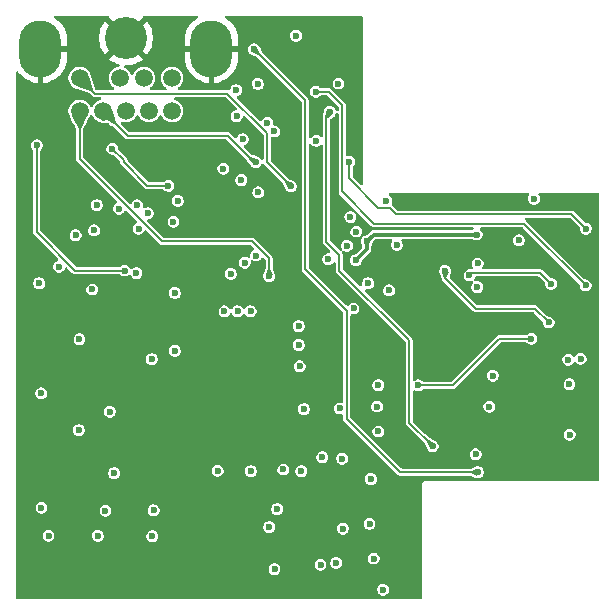
<source format=gbr>
%TF.GenerationSoftware,KiCad,Pcbnew,9.0.0*%
%TF.CreationDate,2025-11-15T13:33:38-08:00*%
%TF.ProjectId,MegaAV_VA1,4d656761-4156-45f5-9641-312e6b696361,rev?*%
%TF.SameCoordinates,Original*%
%TF.FileFunction,Copper,L4,Inr*%
%TF.FilePolarity,Positive*%
%FSLAX46Y46*%
G04 Gerber Fmt 4.6, Leading zero omitted, Abs format (unit mm)*
G04 Created by KiCad (PCBNEW 9.0.0) date 2025-11-15 13:33:38*
%MOMM*%
%LPD*%
G01*
G04 APERTURE LIST*
%TA.AperFunction,ComponentPad*%
%ADD10C,1.508000*%
%TD*%
%TA.AperFunction,ComponentPad*%
%ADD11O,3.556000X4.826000*%
%TD*%
%TA.AperFunction,ComponentPad*%
%ADD12C,3.556000*%
%TD*%
%TA.AperFunction,ViaPad*%
%ADD13C,0.600000*%
%TD*%
%TA.AperFunction,Conductor*%
%ADD14C,0.200000*%
%TD*%
%TA.AperFunction,Conductor*%
%ADD15C,0.350000*%
%TD*%
G04 APERTURE END LIST*
D10*
%TO.N,/B-OUT*%
%TO.C,CN1*%
X180453000Y-99929200D03*
%TO.N,+5V*%
X178421000Y-99929200D03*
%TO.N,/G-OUT*%
X182840600Y-99929200D03*
%TO.N,/CV-OUT*%
X180884800Y-102723200D03*
%TO.N,/CSync_OUT*%
X178929000Y-102723200D03*
%TO.N,/AUD-M*%
X175017400Y-99929200D03*
%TO.N,/R-OUT*%
X182840600Y-102723200D03*
%TO.N,/AUD-L*%
X176973200Y-102723200D03*
%TO.N,/AUD-R*%
X175017400Y-102723200D03*
D11*
%TO.N,GND*%
X171690000Y-97440000D03*
D12*
X178929000Y-96551000D03*
D11*
X186168000Y-97440000D03*
%TD*%
D13*
%TO.N,+5V*%
X191510000Y-141500000D03*
X213475000Y-110150000D03*
X195550000Y-132025000D03*
X197025000Y-127900000D03*
X176462500Y-110687500D03*
X188825000Y-105100000D03*
X197650000Y-114125000D03*
X199425000Y-117300000D03*
X176075000Y-117825000D03*
X174670000Y-113230000D03*
X177575000Y-128175000D03*
X180780000Y-111380000D03*
X171575000Y-117300000D03*
X172375000Y-138675000D03*
X183321860Y-110320355D03*
X177925000Y-133375000D03*
X171749000Y-126625000D03*
X183075000Y-123025000D03*
X171775000Y-136300000D03*
X183075000Y-118125000D03*
%TO.N,GND*%
X177820000Y-117880000D03*
X170800000Y-124575000D03*
X202300000Y-125125000D03*
X202425000Y-110850000D03*
X192525000Y-101200000D03*
X204800000Y-127900000D03*
X180550000Y-117900000D03*
X194275000Y-135800000D03*
X209825000Y-130475000D03*
X201275000Y-138650000D03*
X200075000Y-126700000D03*
X177280000Y-104000000D03*
X196900000Y-120500000D03*
X177400000Y-113150000D03*
X193025000Y-141100000D03*
X201750000Y-142825000D03*
X201250000Y-136625000D03*
X193250000Y-138050000D03*
X173500000Y-138525000D03*
X198670000Y-100800000D03*
X188637443Y-122436086D03*
X178600000Y-124600000D03*
X199700000Y-124325000D03*
X194550000Y-117675000D03*
X170340000Y-116120000D03*
X197400000Y-113150000D03*
X189975000Y-112875000D03*
X200050000Y-117975000D03*
X206000000Y-114100000D03*
X185325000Y-102425000D03*
X183282225Y-108718659D03*
X174700000Y-110840000D03*
X170940000Y-127850000D03*
X205725000Y-124900000D03*
X214600000Y-129800000D03*
X209775000Y-126525000D03*
X187150000Y-108590000D03*
X197000000Y-125250000D03*
X176125000Y-125275000D03*
X204675000Y-110575000D03*
X213250000Y-120950000D03*
X178850000Y-122700000D03*
X176980000Y-109920000D03*
X173450000Y-123375000D03*
X217250000Y-125125000D03*
X185250000Y-126420000D03*
X206075000Y-120975000D03*
X180950000Y-125125000D03*
X172160000Y-112090000D03*
X190550000Y-137200000D03*
X199925000Y-135800000D03*
X187425000Y-121575000D03*
X176050000Y-120800000D03*
X198650000Y-120900000D03*
X177600000Y-138900000D03*
X171525000Y-122725000D03*
X192825000Y-119800000D03*
X193075000Y-127550000D03*
X205975000Y-118125000D03*
X198700000Y-139375000D03*
X179290000Y-109310000D03*
X197800000Y-116100000D03*
X189100000Y-135875000D03*
X197325000Y-142900000D03*
X202875000Y-114025000D03*
X209900000Y-133225000D03*
X212260000Y-117025000D03*
X203125000Y-141075000D03*
X190200000Y-131950000D03*
X217575000Y-129875000D03*
X180049265Y-136049265D03*
X202525000Y-138700000D03*
X187350000Y-131925000D03*
X199525000Y-143025000D03*
%TO.N,/PSG*%
X177190000Y-136570000D03*
X209700000Y-127750000D03*
X199675000Y-133875000D03*
%TO.N,/32X_L*%
X208538235Y-131788235D03*
X195400000Y-141130000D03*
X181160000Y-138720000D03*
%TO.N,/32X_R*%
X196725000Y-140975000D03*
X191725000Y-136425000D03*
X193775000Y-133200000D03*
X210000000Y-125125000D03*
%TO.N,/FM_R*%
X199550000Y-137680000D03*
X197300000Y-138075000D03*
%TO.N,/FM_L*%
X191050000Y-137950000D03*
X181272150Y-136519321D03*
%TO.N,/R-OUT*%
X189490000Y-119670000D03*
%TO.N,/G-OUT*%
X188390000Y-119670000D03*
%TO.N,/B-OUT*%
X187270000Y-119680000D03*
%TO.N,/CD_R*%
X176560000Y-138690000D03*
X199900000Y-140610000D03*
X208675000Y-117625000D03*
%TO.N,/CD_L*%
X200700000Y-143250000D03*
X208700000Y-115625000D03*
%TO.N,/AUD-R*%
X191050000Y-116700000D03*
%TO.N,/AUD-L*%
X189925000Y-107050000D03*
%TO.N,/AUD-M*%
X192900000Y-109100000D03*
%TO.N,Net-(C3-Pad2)*%
X194000000Y-127950000D03*
X197225000Y-132150000D03*
%TO.N,Net-(D1-A)*%
X181120000Y-123720000D03*
X174990000Y-122040000D03*
%TO.N,Net-(C16-Pad1)*%
X193637500Y-124330000D03*
X192250000Y-133070000D03*
%TO.N,Net-(C17-Pad1)*%
X189510000Y-133200000D03*
X193567500Y-122530000D03*
%TO.N,Net-(C18-Pad1)*%
X193560000Y-120930000D03*
X186690000Y-133180000D03*
%TO.N,Net-(SR3-Pin_1)*%
X213250000Y-122000000D03*
X203675000Y-125950000D03*
X200300000Y-125925000D03*
X201200000Y-117900000D03*
%TO.N,Net-(SL3-Pin_1)*%
X200300000Y-129850000D03*
X214725000Y-120625000D03*
X205950000Y-116250000D03*
%TO.N,Net-(C32-Pad1)*%
X190125000Y-109600000D03*
X189955735Y-114954265D03*
%TO.N,Net-(C33-Pad1)*%
X187175000Y-107600000D03*
X188990000Y-115560000D03*
%TO.N,Net-(C34-Pad1)*%
X188690000Y-108560000D03*
X187805000Y-116505000D03*
%TO.N,/SR*%
X214925000Y-117350000D03*
X208010705Y-116626259D03*
X198193456Y-119433016D03*
%TO.N,/SL*%
X212200000Y-113675000D03*
X200981953Y-110299000D03*
X197925000Y-111700000D03*
%TO.N,/V_REF*%
X208625000Y-113175000D03*
X195050000Y-105250000D03*
X199325000Y-113750000D03*
X198400000Y-115350000D03*
X196050000Y-115275000D03*
X200188235Y-127738235D03*
%TO.N,/HP_R*%
X189775000Y-97500000D03*
X208724265Y-133299265D03*
%TO.N,Net-(HPR_SL2-Pin_1)*%
X216500000Y-130125000D03*
X201875000Y-114050000D03*
X188250000Y-100950000D03*
%TO.N,Net-(HPL_SL2-Pin_1)*%
X198425000Y-112925000D03*
X191500000Y-104450000D03*
X216475000Y-125850000D03*
%TO.N,/HP_L*%
X204900000Y-131100000D03*
X196200000Y-102800000D03*
%TO.N,Net-(U8-LUM_OUT)*%
X196920000Y-100390000D03*
X179870000Y-110710000D03*
X193325000Y-96350000D03*
X180000000Y-112690000D03*
%TO.N,Net-(U8-CHROM_OUT)*%
X190100000Y-100425000D03*
X178350000Y-110990000D03*
X179800000Y-116440000D03*
%TO.N,Net-(U8-CVBS_OUT)*%
X171380000Y-105620000D03*
X178820000Y-116230000D03*
%TO.N,/CSync_OUT*%
X173270000Y-115900000D03*
%TO.N,/STDSEL*%
X182520000Y-109050000D03*
X182950000Y-112100000D03*
X177770000Y-105910000D03*
%TO.N,/4xCLK*%
X174940000Y-129730000D03*
X176230000Y-112820000D03*
%TO.N,Net-(HPL_RES2-C)*%
X197825000Y-107000000D03*
X217875000Y-112675000D03*
X190900000Y-103700000D03*
X216375000Y-123775000D03*
%TO.N,Net-(HPR_RES2-C)*%
X188300000Y-103150000D03*
X217425000Y-123700000D03*
X217850000Y-117475000D03*
X195000000Y-101075000D03*
%TD*%
D14*
%TO.N,/AUD-R*%
X175017400Y-106787400D02*
X175017400Y-102723200D01*
X189600000Y-113750000D02*
X181980000Y-113750000D01*
X191050000Y-115200000D02*
X189600000Y-113750000D01*
X191050000Y-116700000D02*
X191050000Y-115200000D01*
X181980000Y-113750000D02*
X175017400Y-106787400D01*
%TO.N,/AUD-L*%
X187550000Y-104825000D02*
X179075000Y-104825000D01*
X189775000Y-107050000D02*
X187550000Y-104825000D01*
X179075000Y-104825000D02*
X176973200Y-102723200D01*
X189925000Y-107050000D02*
X189775000Y-107050000D01*
%TO.N,/AUD-M*%
X176338200Y-101250000D02*
X175017400Y-99929200D01*
X190875000Y-107075000D02*
X190875000Y-104600000D01*
X187525000Y-101250000D02*
X176338200Y-101250000D01*
X192900000Y-109100000D02*
X190875000Y-107075000D01*
X190875000Y-104600000D02*
X187525000Y-101250000D01*
%TO.N,Net-(SR3-Pin_1)*%
X207325000Y-125225000D02*
X206600000Y-125950000D01*
X210550000Y-122000000D02*
X207325000Y-125225000D01*
X206600000Y-125950000D02*
X203675000Y-125950000D01*
X213250000Y-122000000D02*
X210550000Y-122000000D01*
%TO.N,Net-(SL3-Pin_1)*%
X208550000Y-119450000D02*
X205950000Y-116850000D01*
X205950000Y-116850000D02*
X205950000Y-116250000D01*
X213550000Y-119450000D02*
X208550000Y-119450000D01*
X214725000Y-120625000D02*
X213550000Y-119450000D01*
%TO.N,/SR*%
X214000000Y-116425000D02*
X208211964Y-116425000D01*
X208211964Y-116425000D02*
X208010705Y-116626259D01*
X214925000Y-117350000D02*
X214000000Y-116425000D01*
D15*
%TO.N,/V_REF*%
X208625000Y-113175000D02*
X199900000Y-113175000D01*
X199900000Y-113175000D02*
X199325000Y-113750000D01*
X199325000Y-114425000D02*
X198400000Y-115350000D01*
X199325000Y-113750000D02*
X199325000Y-114425000D01*
D14*
%TO.N,/HP_R*%
X202149265Y-133299265D02*
X208724265Y-133299265D01*
X197625000Y-128775000D02*
X202149265Y-133299265D01*
X194100000Y-101825000D02*
X194100000Y-116100000D01*
X194100000Y-116100000D02*
X197625000Y-119625000D01*
X197625000Y-119625000D02*
X197625000Y-128775000D01*
X189775000Y-97500000D02*
X194100000Y-101825000D01*
%TO.N,/HP_L*%
X197000000Y-116225000D02*
X202901000Y-122126000D01*
X195900000Y-113825000D02*
X197000000Y-114925000D01*
X197000000Y-114925000D02*
X197000000Y-116225000D01*
X202901000Y-129101000D02*
X204900000Y-131100000D01*
X202901000Y-122126000D02*
X202901000Y-129101000D01*
X195900000Y-103225000D02*
X195900000Y-113825000D01*
X196200000Y-102800000D02*
X196325000Y-102800000D01*
X196325000Y-102800000D02*
X195900000Y-103225000D01*
%TO.N,Net-(U8-CVBS_OUT)*%
X178820000Y-116230000D02*
X174620000Y-116230000D01*
X171380000Y-112990000D02*
X171380000Y-105620000D01*
X174620000Y-116230000D02*
X171380000Y-112990000D01*
%TO.N,/STDSEL*%
X177770000Y-105910000D02*
X178760000Y-106900000D01*
X182520000Y-109050000D02*
X180740000Y-109050000D01*
X180740000Y-109050000D02*
X178760000Y-107070000D01*
X178760000Y-106900000D02*
X178760000Y-107070000D01*
%TO.N,Net-(HPL_RES2-C)*%
X217875000Y-112675000D02*
X216650000Y-111450000D01*
X216650000Y-111450000D02*
X201799943Y-111450000D01*
X201799943Y-111450000D02*
X201248943Y-110899000D01*
X197825000Y-108432100D02*
X197825000Y-107000000D01*
X200291900Y-110899000D02*
X197825000Y-108432100D01*
X201248943Y-110899000D02*
X200291900Y-110899000D01*
%TO.N,Net-(HPR_RES2-C)*%
X199950000Y-112250000D02*
X197224000Y-109524000D01*
X196124943Y-101100000D02*
X195025000Y-101100000D01*
X212625000Y-112250000D02*
X199950000Y-112250000D01*
X197224000Y-102199057D02*
X196124943Y-101100000D01*
X217850000Y-117475000D02*
X212625000Y-112250000D01*
X197224000Y-109524000D02*
X197224000Y-102199057D01*
%TD*%
%TA.AperFunction,Conductor*%
%TO.N,GND*%
G36*
X177381026Y-94635886D02*
G01*
X177448050Y-94655615D01*
X177493770Y-94708450D01*
X177504676Y-94767994D01*
X177504360Y-94772806D01*
X178224556Y-95493002D01*
X178101651Y-95582298D01*
X177960298Y-95723651D01*
X177871002Y-95846556D01*
X177150807Y-95126361D01*
X177150806Y-95126361D01*
X177030851Y-95282690D01*
X176881541Y-95541301D01*
X176881534Y-95541315D01*
X176767267Y-95817182D01*
X176689976Y-96105634D01*
X176651001Y-96401681D01*
X176651000Y-96401698D01*
X176651000Y-96700301D01*
X176651001Y-96700318D01*
X176689976Y-96996365D01*
X176767267Y-97284817D01*
X176881534Y-97560684D01*
X176881541Y-97560698D01*
X177030844Y-97819298D01*
X177030849Y-97819305D01*
X177150807Y-97975637D01*
X177871001Y-97255443D01*
X177960298Y-97378349D01*
X178101651Y-97519702D01*
X178224555Y-97608997D01*
X177504361Y-98329191D01*
X177660694Y-98449150D01*
X177660701Y-98449155D01*
X177919301Y-98598458D01*
X177919315Y-98598465D01*
X178195182Y-98712732D01*
X178298778Y-98740491D01*
X178358438Y-98776856D01*
X178388967Y-98839703D01*
X178380672Y-98909079D01*
X178336187Y-98962957D01*
X178290875Y-98981883D01*
X178142590Y-99011379D01*
X178142578Y-99011382D01*
X177968881Y-99083329D01*
X177968868Y-99083336D01*
X177812542Y-99187791D01*
X177812538Y-99187794D01*
X177679594Y-99320738D01*
X177679591Y-99320742D01*
X177575136Y-99477068D01*
X177575129Y-99477081D01*
X177503182Y-99650778D01*
X177503179Y-99650790D01*
X177466500Y-99835185D01*
X177466500Y-100023214D01*
X177503179Y-100207609D01*
X177503182Y-100207621D01*
X177575129Y-100381318D01*
X177575136Y-100381331D01*
X177679591Y-100537657D01*
X177679594Y-100537661D01*
X177812538Y-100670605D01*
X177812542Y-100670608D01*
X177890050Y-100722398D01*
X177934855Y-100776010D01*
X177943562Y-100845335D01*
X177913407Y-100908363D01*
X177853964Y-100945082D01*
X177821159Y-100949500D01*
X176514033Y-100949500D01*
X176484592Y-100940855D01*
X176454606Y-100934332D01*
X176449590Y-100930577D01*
X176446994Y-100929815D01*
X176426352Y-100913181D01*
X176347217Y-100834046D01*
X176317569Y-100786489D01*
X176315287Y-100779815D01*
X175954664Y-99725283D01*
X175954658Y-99725273D01*
X175952646Y-99720652D01*
X175953351Y-99720344D01*
X175943705Y-99693447D01*
X175935219Y-99650783D01*
X175905987Y-99580211D01*
X175863270Y-99477081D01*
X175863263Y-99477068D01*
X175758808Y-99320742D01*
X175758805Y-99320738D01*
X175625861Y-99187794D01*
X175625857Y-99187791D01*
X175469531Y-99083336D01*
X175469518Y-99083329D01*
X175295821Y-99011382D01*
X175295809Y-99011379D01*
X175111413Y-98974700D01*
X175111410Y-98974700D01*
X174923390Y-98974700D01*
X174923387Y-98974700D01*
X174738990Y-99011379D01*
X174738978Y-99011382D01*
X174565281Y-99083329D01*
X174565268Y-99083336D01*
X174408942Y-99187791D01*
X174408938Y-99187794D01*
X174275994Y-99320738D01*
X174275991Y-99320742D01*
X174171536Y-99477068D01*
X174171529Y-99477081D01*
X174099582Y-99650778D01*
X174099579Y-99650790D01*
X174062900Y-99835185D01*
X174062900Y-100023214D01*
X174099579Y-100207609D01*
X174099582Y-100207621D01*
X174171529Y-100381318D01*
X174171536Y-100381331D01*
X174275991Y-100537657D01*
X174275994Y-100537661D01*
X174408938Y-100670605D01*
X174408942Y-100670608D01*
X174565268Y-100775063D01*
X174565281Y-100775070D01*
X174658558Y-100813706D01*
X174738983Y-100847019D01*
X174781351Y-100855446D01*
X174808597Y-100864235D01*
X174813470Y-100866456D01*
X174813483Y-100866464D01*
X175874687Y-101229368D01*
X175922245Y-101259016D01*
X176097740Y-101434511D01*
X176153689Y-101490460D01*
X176153691Y-101490461D01*
X176153695Y-101490464D01*
X176181142Y-101506310D01*
X176222211Y-101530021D01*
X176298638Y-101550500D01*
X176717162Y-101550500D01*
X176784201Y-101570185D01*
X176829956Y-101622989D01*
X176839900Y-101692147D01*
X176810875Y-101755703D01*
X176752097Y-101793477D01*
X176741354Y-101796117D01*
X176694788Y-101805379D01*
X176694778Y-101805382D01*
X176521081Y-101877329D01*
X176521068Y-101877336D01*
X176364742Y-101981791D01*
X176364738Y-101981794D01*
X176231794Y-102114738D01*
X176231791Y-102114742D01*
X176127336Y-102271068D01*
X176127329Y-102271081D01*
X176109861Y-102313255D01*
X176066020Y-102367659D01*
X175999726Y-102389724D01*
X175932027Y-102372445D01*
X175884416Y-102321308D01*
X175880739Y-102313255D01*
X175863270Y-102271081D01*
X175863263Y-102271068D01*
X175758808Y-102114742D01*
X175758805Y-102114738D01*
X175625861Y-101981794D01*
X175625857Y-101981791D01*
X175469531Y-101877336D01*
X175469518Y-101877329D01*
X175295821Y-101805382D01*
X175295809Y-101805379D01*
X175111413Y-101768700D01*
X175111410Y-101768700D01*
X174923390Y-101768700D01*
X174923387Y-101768700D01*
X174738990Y-101805379D01*
X174738978Y-101805382D01*
X174565281Y-101877329D01*
X174565268Y-101877336D01*
X174408942Y-101981791D01*
X174408938Y-101981794D01*
X174275994Y-102114738D01*
X174275991Y-102114742D01*
X174171536Y-102271068D01*
X174171529Y-102271081D01*
X174099582Y-102444778D01*
X174099579Y-102444790D01*
X174062900Y-102629185D01*
X174062900Y-102817214D01*
X174099579Y-103001609D01*
X174099582Y-103001621D01*
X174171529Y-103175318D01*
X174171536Y-103175331D01*
X174195526Y-103211234D01*
X174208572Y-103236701D01*
X174210459Y-103241749D01*
X174394162Y-103616391D01*
X174593720Y-104023368D01*
X174704236Y-104248752D01*
X174716900Y-104303345D01*
X174716900Y-106826962D01*
X174730552Y-106877913D01*
X174737379Y-106903390D01*
X174737380Y-106903391D01*
X174766516Y-106953856D01*
X174766517Y-106953857D01*
X174776939Y-106971910D01*
X178151476Y-110346447D01*
X178184961Y-110407770D01*
X178179977Y-110477462D01*
X178138105Y-110533395D01*
X178125797Y-110541514D01*
X178042689Y-110589498D01*
X178042683Y-110589502D01*
X177949502Y-110682683D01*
X177949500Y-110682686D01*
X177883608Y-110796812D01*
X177855106Y-110903186D01*
X177849500Y-110924108D01*
X177849500Y-111055892D01*
X177858103Y-111087999D01*
X177883608Y-111183187D01*
X177901516Y-111214204D01*
X177949500Y-111297314D01*
X178042686Y-111390500D01*
X178156814Y-111456392D01*
X178284108Y-111490500D01*
X178284110Y-111490500D01*
X178415890Y-111490500D01*
X178415892Y-111490500D01*
X178543186Y-111456392D01*
X178657314Y-111390500D01*
X178750500Y-111297314D01*
X178798484Y-111214204D01*
X178849051Y-111165988D01*
X178917658Y-111152766D01*
X178982523Y-111178734D01*
X178993552Y-111188523D01*
X179833175Y-112028146D01*
X179866660Y-112089469D01*
X179861676Y-112159161D01*
X179819804Y-112215094D01*
X179807495Y-112223214D01*
X179692686Y-112289500D01*
X179692683Y-112289502D01*
X179599502Y-112382683D01*
X179599500Y-112382686D01*
X179533608Y-112496812D01*
X179501222Y-112617683D01*
X179499500Y-112624108D01*
X179499500Y-112755892D01*
X179511070Y-112799073D01*
X179533608Y-112883187D01*
X179556413Y-112922686D01*
X179599500Y-112997314D01*
X179692686Y-113090500D01*
X179806814Y-113156392D01*
X179934108Y-113190500D01*
X179934110Y-113190500D01*
X180065890Y-113190500D01*
X180065892Y-113190500D01*
X180193186Y-113156392D01*
X180307314Y-113090500D01*
X180400500Y-112997314D01*
X180466392Y-112883186D01*
X180466392Y-112883185D01*
X180466785Y-112882505D01*
X180517352Y-112834289D01*
X180585959Y-112821066D01*
X180650824Y-112847034D01*
X180661853Y-112856824D01*
X181739540Y-113934511D01*
X181795489Y-113990460D01*
X181795491Y-113990461D01*
X181795495Y-113990464D01*
X181828486Y-114009511D01*
X181864011Y-114030021D01*
X181940438Y-114050500D01*
X182019562Y-114050500D01*
X189424167Y-114050500D01*
X189491206Y-114070185D01*
X189511848Y-114086819D01*
X189743600Y-114318571D01*
X189777085Y-114379894D01*
X189772101Y-114449586D01*
X189730229Y-114505519D01*
X189717920Y-114513638D01*
X189648427Y-114553760D01*
X189648418Y-114553767D01*
X189555237Y-114646948D01*
X189555235Y-114646951D01*
X189489343Y-114761077D01*
X189455235Y-114888373D01*
X189455235Y-115020158D01*
X189455260Y-115020348D01*
X189455235Y-115020508D01*
X189455235Y-115028284D01*
X189454022Y-115028284D01*
X189444491Y-115089383D01*
X189398109Y-115141636D01*
X189330839Y-115160519D01*
X189270321Y-115143915D01*
X189225541Y-115118062D01*
X189183187Y-115093608D01*
X189119539Y-115076554D01*
X189055892Y-115059500D01*
X188924108Y-115059500D01*
X188796812Y-115093608D01*
X188682686Y-115159500D01*
X188682683Y-115159502D01*
X188589502Y-115252683D01*
X188589500Y-115252686D01*
X188523608Y-115366812D01*
X188509181Y-115420656D01*
X188489500Y-115494108D01*
X188489500Y-115625892D01*
X188502792Y-115675499D01*
X188523608Y-115753187D01*
X188529625Y-115763608D01*
X188589500Y-115867314D01*
X188682686Y-115960500D01*
X188796814Y-116026392D01*
X188924108Y-116060500D01*
X188924110Y-116060500D01*
X189055890Y-116060500D01*
X189055892Y-116060500D01*
X189183186Y-116026392D01*
X189297314Y-115960500D01*
X189390500Y-115867314D01*
X189456392Y-115753186D01*
X189490500Y-115625892D01*
X189490500Y-115494108D01*
X189490499Y-115494105D01*
X189490476Y-115493929D01*
X189490500Y-115493775D01*
X189490500Y-115485981D01*
X189491715Y-115485981D01*
X189501237Y-115424893D01*
X189547614Y-115372634D01*
X189614882Y-115353745D01*
X189675411Y-115370348D01*
X189762549Y-115420657D01*
X189889843Y-115454765D01*
X189889845Y-115454765D01*
X190021625Y-115454765D01*
X190021627Y-115454765D01*
X190148921Y-115420657D01*
X190263049Y-115354765D01*
X190356235Y-115261579D01*
X190396360Y-115192079D01*
X190414453Y-115174828D01*
X190429437Y-115154813D01*
X190439305Y-115151132D01*
X190446927Y-115143865D01*
X190471475Y-115139133D01*
X190494901Y-115130396D01*
X190505191Y-115132634D01*
X190515534Y-115130641D01*
X190538746Y-115139934D01*
X190563174Y-115145248D01*
X190575996Y-115154846D01*
X190580398Y-115156609D01*
X190591428Y-115166399D01*
X190713181Y-115288152D01*
X190746666Y-115349475D01*
X190749500Y-115375833D01*
X190749500Y-116034083D01*
X190742074Y-116076349D01*
X190694589Y-116207314D01*
X190593752Y-116485423D01*
X190584569Y-116505148D01*
X190583607Y-116506812D01*
X190583606Y-116506815D01*
X190578222Y-116526908D01*
X190575025Y-116537068D01*
X190567197Y-116558660D01*
X190562531Y-116573191D01*
X190562068Y-116574841D01*
X190561099Y-116578418D01*
X190560033Y-116585575D01*
X190560007Y-116585571D01*
X190556945Y-116606317D01*
X190549501Y-116634100D01*
X190549500Y-116634108D01*
X190549500Y-116765891D01*
X190583608Y-116893187D01*
X190609586Y-116938181D01*
X190649500Y-117007314D01*
X190742686Y-117100500D01*
X190856814Y-117166392D01*
X190984108Y-117200500D01*
X190984110Y-117200500D01*
X191115890Y-117200500D01*
X191115892Y-117200500D01*
X191243186Y-117166392D01*
X191357314Y-117100500D01*
X191450500Y-117007314D01*
X191516392Y-116893186D01*
X191550500Y-116765892D01*
X191550500Y-116634108D01*
X191536135Y-116580497D01*
X191532801Y-116558661D01*
X191523158Y-116532065D01*
X191516392Y-116506814D01*
X191515859Y-116505891D01*
X191515435Y-116505156D01*
X191506243Y-116485415D01*
X191498691Y-116464587D01*
X191368133Y-116104502D01*
X191357926Y-116076350D01*
X191350500Y-116034083D01*
X191350500Y-115160439D01*
X191350500Y-115160438D01*
X191347020Y-115147451D01*
X191330022Y-115084012D01*
X191290460Y-115015489D01*
X189784511Y-113509540D01*
X189784509Y-113509539D01*
X189784504Y-113509535D01*
X189715995Y-113469982D01*
X189715990Y-113469979D01*
X189688858Y-113462709D01*
X189639562Y-113449500D01*
X189639560Y-113449500D01*
X182155833Y-113449500D01*
X182088794Y-113429815D01*
X182068152Y-113413181D01*
X180747152Y-112092181D01*
X180715442Y-112034108D01*
X182449500Y-112034108D01*
X182449500Y-112165892D01*
X182452352Y-112176536D01*
X182483608Y-112293187D01*
X182498800Y-112319500D01*
X182549500Y-112407314D01*
X182642686Y-112500500D01*
X182756814Y-112566392D01*
X182884108Y-112600500D01*
X182884110Y-112600500D01*
X183015890Y-112600500D01*
X183015892Y-112600500D01*
X183143186Y-112566392D01*
X183257314Y-112500500D01*
X183350500Y-112407314D01*
X183416392Y-112293186D01*
X183450500Y-112165892D01*
X183450500Y-112034108D01*
X183416392Y-111906814D01*
X183350500Y-111792686D01*
X183257314Y-111699500D01*
X183200250Y-111666554D01*
X183143187Y-111633608D01*
X183079539Y-111616554D01*
X183015892Y-111599500D01*
X182884108Y-111599500D01*
X182756812Y-111633608D01*
X182642686Y-111699500D01*
X182642683Y-111699502D01*
X182549502Y-111792683D01*
X182549500Y-111792686D01*
X182483608Y-111906812D01*
X182466683Y-111969979D01*
X182449500Y-112034108D01*
X180715442Y-112034108D01*
X180713667Y-112030858D01*
X180718651Y-111961166D01*
X180760523Y-111905233D01*
X180825987Y-111880816D01*
X180834833Y-111880500D01*
X180845890Y-111880500D01*
X180845892Y-111880500D01*
X180973186Y-111846392D01*
X181087314Y-111780500D01*
X181180500Y-111687314D01*
X181246392Y-111573186D01*
X181280500Y-111445892D01*
X181280500Y-111314108D01*
X181246392Y-111186814D01*
X181180500Y-111072686D01*
X181087314Y-110979500D01*
X181030250Y-110946554D01*
X180973187Y-110913608D01*
X180909539Y-110896554D01*
X180845892Y-110879500D01*
X180714108Y-110879500D01*
X180586811Y-110913608D01*
X180546511Y-110936876D01*
X180478610Y-110953347D01*
X180412584Y-110930495D01*
X180369394Y-110875573D01*
X180362753Y-110806019D01*
X180364729Y-110797428D01*
X180370500Y-110775892D01*
X180370500Y-110644108D01*
X180336392Y-110516814D01*
X180270500Y-110402686D01*
X180177314Y-110309500D01*
X180081991Y-110254465D01*
X180081988Y-110254463D01*
X182821360Y-110254463D01*
X182821360Y-110386246D01*
X182855468Y-110513542D01*
X182876806Y-110550499D01*
X182921360Y-110627669D01*
X183014546Y-110720855D01*
X183128674Y-110786747D01*
X183255968Y-110820855D01*
X183255970Y-110820855D01*
X183387750Y-110820855D01*
X183387752Y-110820855D01*
X183515046Y-110786747D01*
X183629174Y-110720855D01*
X183722360Y-110627669D01*
X183788252Y-110513541D01*
X183822360Y-110386247D01*
X183822360Y-110254463D01*
X183788252Y-110127169D01*
X183722360Y-110013041D01*
X183629174Y-109919855D01*
X183563412Y-109881887D01*
X183515047Y-109853963D01*
X183435347Y-109832608D01*
X183387752Y-109819855D01*
X183255968Y-109819855D01*
X183128672Y-109853963D01*
X183014546Y-109919855D01*
X183014543Y-109919857D01*
X182921362Y-110013038D01*
X182921360Y-110013041D01*
X182855468Y-110127167D01*
X182821360Y-110254463D01*
X180081988Y-110254463D01*
X180063187Y-110243608D01*
X179959747Y-110215892D01*
X179935892Y-110209500D01*
X179804108Y-110209500D01*
X179676812Y-110243608D01*
X179562686Y-110309500D01*
X179562683Y-110309502D01*
X179469502Y-110402683D01*
X179469500Y-110402686D01*
X179399554Y-110523835D01*
X179348986Y-110572050D01*
X179280379Y-110585272D01*
X179215515Y-110559304D01*
X179204486Y-110549515D01*
X175354219Y-106699248D01*
X175320734Y-106637925D01*
X175317900Y-106611567D01*
X175317900Y-105844108D01*
X177269500Y-105844108D01*
X177269500Y-105975892D01*
X177273547Y-105990995D01*
X177303608Y-106103187D01*
X177336554Y-106160250D01*
X177369500Y-106217314D01*
X177462686Y-106310500D01*
X177576814Y-106376392D01*
X177704108Y-106410500D01*
X177704110Y-106410500D01*
X177794167Y-106410500D01*
X177861206Y-106430185D01*
X177881848Y-106446819D01*
X178423181Y-106988152D01*
X178456027Y-107046690D01*
X178459500Y-107061053D01*
X178459500Y-107109562D01*
X178479979Y-107185989D01*
X178487780Y-107199500D01*
X178496719Y-107214983D01*
X178496720Y-107214986D01*
X178519537Y-107254507D01*
X178519539Y-107254510D01*
X178519540Y-107254511D01*
X180499540Y-109234511D01*
X180555489Y-109290460D01*
X180555491Y-109290461D01*
X180555495Y-109290464D01*
X180589676Y-109310198D01*
X180624011Y-109330021D01*
X180700438Y-109350500D01*
X180779562Y-109350500D01*
X182061324Y-109350500D01*
X182128363Y-109370185D01*
X182149005Y-109386819D01*
X182212686Y-109450500D01*
X182326814Y-109516392D01*
X182454108Y-109550500D01*
X182454110Y-109550500D01*
X182585890Y-109550500D01*
X182585892Y-109550500D01*
X182647068Y-109534108D01*
X189624500Y-109534108D01*
X189624500Y-109665892D01*
X189627003Y-109675233D01*
X189658608Y-109793187D01*
X189680624Y-109831319D01*
X189724500Y-109907314D01*
X189817686Y-110000500D01*
X189931814Y-110066392D01*
X190059108Y-110100500D01*
X190059110Y-110100500D01*
X190190890Y-110100500D01*
X190190892Y-110100500D01*
X190318186Y-110066392D01*
X190432314Y-110000500D01*
X190525500Y-109907314D01*
X190591392Y-109793186D01*
X190625500Y-109665892D01*
X190625500Y-109534108D01*
X190591392Y-109406814D01*
X190525500Y-109292686D01*
X190432314Y-109199500D01*
X190373073Y-109165297D01*
X190318187Y-109133608D01*
X190228138Y-109109480D01*
X190190892Y-109099500D01*
X190059108Y-109099500D01*
X189931812Y-109133608D01*
X189817686Y-109199500D01*
X189817683Y-109199502D01*
X189724502Y-109292683D01*
X189724500Y-109292686D01*
X189658608Y-109406812D01*
X189646902Y-109450500D01*
X189624500Y-109534108D01*
X182647068Y-109534108D01*
X182713186Y-109516392D01*
X182827314Y-109450500D01*
X182920500Y-109357314D01*
X182986392Y-109243186D01*
X183020500Y-109115892D01*
X183020500Y-108984108D01*
X182986392Y-108856814D01*
X182920500Y-108742686D01*
X182827314Y-108649500D01*
X182730091Y-108593368D01*
X182730089Y-108593366D01*
X182713189Y-108583609D01*
X182713186Y-108583608D01*
X182585892Y-108549500D01*
X182454108Y-108549500D01*
X182326812Y-108583608D01*
X182212686Y-108649500D01*
X182212683Y-108649502D01*
X182149005Y-108713181D01*
X182087682Y-108746666D01*
X182061324Y-108749500D01*
X180915833Y-108749500D01*
X180848794Y-108729815D01*
X180828152Y-108713181D01*
X180609079Y-108494108D01*
X188189500Y-108494108D01*
X188189500Y-108625892D01*
X188194356Y-108644016D01*
X188223608Y-108753187D01*
X188246413Y-108792686D01*
X188289500Y-108867314D01*
X188382686Y-108960500D01*
X188496814Y-109026392D01*
X188624108Y-109060500D01*
X188624110Y-109060500D01*
X188755890Y-109060500D01*
X188755892Y-109060500D01*
X188883186Y-109026392D01*
X188997314Y-108960500D01*
X189090500Y-108867314D01*
X189156392Y-108753186D01*
X189190500Y-108625892D01*
X189190500Y-108494108D01*
X189156392Y-108366814D01*
X189090500Y-108252686D01*
X188997314Y-108159500D01*
X188940250Y-108126554D01*
X188883187Y-108093608D01*
X188819539Y-108076554D01*
X188755892Y-108059500D01*
X188624108Y-108059500D01*
X188496812Y-108093608D01*
X188382686Y-108159500D01*
X188382683Y-108159502D01*
X188289502Y-108252683D01*
X188289500Y-108252686D01*
X188223608Y-108366812D01*
X188206129Y-108432046D01*
X188189500Y-108494108D01*
X180609079Y-108494108D01*
X179649079Y-107534108D01*
X186674500Y-107534108D01*
X186674500Y-107665891D01*
X186708608Y-107793187D01*
X186741554Y-107850250D01*
X186774500Y-107907314D01*
X186867686Y-108000500D01*
X186981814Y-108066392D01*
X187109108Y-108100500D01*
X187109110Y-108100500D01*
X187240890Y-108100500D01*
X187240892Y-108100500D01*
X187368186Y-108066392D01*
X187482314Y-108000500D01*
X187575500Y-107907314D01*
X187641392Y-107793186D01*
X187675500Y-107665892D01*
X187675500Y-107534108D01*
X187641392Y-107406814D01*
X187575500Y-107292686D01*
X187482314Y-107199500D01*
X187423379Y-107165474D01*
X187368187Y-107133608D01*
X187278444Y-107109562D01*
X187240892Y-107099500D01*
X187109108Y-107099500D01*
X186981812Y-107133608D01*
X186867686Y-107199500D01*
X186867683Y-107199502D01*
X186774502Y-107292683D01*
X186774500Y-107292686D01*
X186708608Y-107406812D01*
X186674500Y-107534108D01*
X179649079Y-107534108D01*
X179096819Y-106981848D01*
X179063334Y-106920525D01*
X179060500Y-106894167D01*
X179060500Y-106860439D01*
X179051529Y-106826960D01*
X179040021Y-106784011D01*
X179016162Y-106742686D01*
X179000464Y-106715495D01*
X179000458Y-106715487D01*
X178306819Y-106021848D01*
X178273334Y-105960525D01*
X178270500Y-105934167D01*
X178270500Y-105844110D01*
X178270500Y-105844108D01*
X178236392Y-105716814D01*
X178236148Y-105716392D01*
X178218539Y-105685892D01*
X178170500Y-105602686D01*
X178077314Y-105509500D01*
X178019313Y-105476013D01*
X177963187Y-105443608D01*
X177899539Y-105426554D01*
X177835892Y-105409500D01*
X177704108Y-105409500D01*
X177576812Y-105443608D01*
X177462686Y-105509500D01*
X177462683Y-105509502D01*
X177369502Y-105602683D01*
X177369500Y-105602686D01*
X177303608Y-105716812D01*
X177294582Y-105750499D01*
X177269500Y-105844108D01*
X175317900Y-105844108D01*
X175317900Y-104303345D01*
X175330564Y-104248752D01*
X175534424Y-103833002D01*
X175824337Y-103241755D01*
X175824339Y-103241749D01*
X175826180Y-103237065D01*
X175826525Y-103237200D01*
X175832735Y-103222134D01*
X175835649Y-103216655D01*
X175863267Y-103175325D01*
X175883026Y-103127621D01*
X175885833Y-103122347D01*
X175906256Y-103101477D01*
X175924579Y-103078741D01*
X175930405Y-103076801D01*
X175934702Y-103072411D01*
X175963169Y-103065896D01*
X175990873Y-103056675D01*
X175996824Y-103058194D01*
X176002811Y-103056824D01*
X176030279Y-103066732D01*
X176058572Y-103073954D01*
X176062756Y-103078448D01*
X176068535Y-103080533D01*
X176086286Y-103103720D01*
X176106183Y-103125090D01*
X176109852Y-103133123D01*
X176127330Y-103175318D01*
X176127334Y-103175327D01*
X176127336Y-103175331D01*
X176231791Y-103331657D01*
X176231794Y-103331661D01*
X176364738Y-103464605D01*
X176364742Y-103464608D01*
X176521068Y-103569063D01*
X176521081Y-103569070D01*
X176614358Y-103607706D01*
X176694783Y-103641019D01*
X176722305Y-103646493D01*
X176737143Y-103649445D01*
X176764386Y-103658232D01*
X176769279Y-103660462D01*
X176769283Y-103660465D01*
X176995424Y-103737799D01*
X177002106Y-103739957D01*
X177002862Y-103740187D01*
X177089477Y-103747329D01*
X177098356Y-103746161D01*
X177135127Y-103733681D01*
X177142829Y-103731346D01*
X177206774Y-103714213D01*
X177225391Y-103709225D01*
X177257483Y-103705000D01*
X177302518Y-103705000D01*
X177334603Y-103709223D01*
X177378096Y-103720876D01*
X177408001Y-103733263D01*
X177446995Y-103755777D01*
X177472669Y-103775477D01*
X177504516Y-103807324D01*
X177524219Y-103833001D01*
X177545087Y-103869145D01*
X177592509Y-103925103D01*
X177592511Y-103925104D01*
X177592513Y-103925107D01*
X177598237Y-103929815D01*
X177598855Y-103930323D01*
X177662907Y-103966060D01*
X177830487Y-104023368D01*
X177878045Y-104053016D01*
X178834540Y-105009511D01*
X178890489Y-105065460D01*
X178890491Y-105065461D01*
X178890495Y-105065464D01*
X178959004Y-105105017D01*
X178959011Y-105105021D01*
X179035438Y-105125500D01*
X179114562Y-105125500D01*
X187374167Y-105125500D01*
X187441206Y-105145185D01*
X187461848Y-105161819D01*
X189192241Y-106892212D01*
X189207042Y-106911612D01*
X189207499Y-106911290D01*
X189501290Y-107326169D01*
X189505112Y-107330611D01*
X189504773Y-107330902D01*
X189521821Y-107352676D01*
X189524496Y-107357308D01*
X189524499Y-107357313D01*
X189524500Y-107357314D01*
X189617686Y-107450500D01*
X189731814Y-107516392D01*
X189859108Y-107550500D01*
X189859110Y-107550500D01*
X189990890Y-107550500D01*
X189990892Y-107550500D01*
X190118186Y-107516392D01*
X190232314Y-107450500D01*
X190325500Y-107357314D01*
X190391392Y-107243186D01*
X190392799Y-107239788D01*
X190394756Y-107237358D01*
X190395456Y-107236147D01*
X190395644Y-107236256D01*
X190401709Y-107228729D01*
X190406354Y-107215309D01*
X190423195Y-107202064D01*
X190436637Y-107185382D01*
X190450110Y-107180896D01*
X190461274Y-107172117D01*
X190482603Y-107170079D01*
X190502930Y-107163313D01*
X190516689Y-107166824D01*
X190530827Y-107165474D01*
X190549872Y-107175291D01*
X190570630Y-107180589D01*
X190581516Y-107191604D01*
X190592931Y-107197489D01*
X190614747Y-107225229D01*
X190625113Y-107243183D01*
X190625114Y-107243186D01*
X190625115Y-107243186D01*
X190634539Y-107259509D01*
X190634541Y-107259512D01*
X192216638Y-108841609D01*
X192241275Y-108876747D01*
X192425653Y-109270879D01*
X192430282Y-109280775D01*
X192433608Y-109293186D01*
X192446679Y-109315826D01*
X192448941Y-109320661D01*
X192458669Y-109341455D01*
X192465676Y-109355085D01*
X192466541Y-109356623D01*
X192468304Y-109359697D01*
X192472618Y-109365522D01*
X192472597Y-109365537D01*
X192485097Y-109382367D01*
X192499497Y-109407310D01*
X192499499Y-109407313D01*
X192499500Y-109407314D01*
X192592686Y-109500500D01*
X192706814Y-109566392D01*
X192834108Y-109600500D01*
X192834110Y-109600500D01*
X192965890Y-109600500D01*
X192965892Y-109600500D01*
X193093186Y-109566392D01*
X193207314Y-109500500D01*
X193300500Y-109407314D01*
X193366392Y-109293186D01*
X193400500Y-109165892D01*
X193400500Y-109034108D01*
X193366392Y-108906814D01*
X193300500Y-108792686D01*
X193207314Y-108699500D01*
X193199193Y-108694811D01*
X193165162Y-108675162D01*
X193165162Y-108675163D01*
X193159228Y-108671737D01*
X193141450Y-108658667D01*
X193115834Y-108646683D01*
X193111215Y-108644016D01*
X193111212Y-108644013D01*
X193093192Y-108633610D01*
X193093176Y-108633604D01*
X193091321Y-108633107D01*
X193070877Y-108625652D01*
X192676748Y-108441276D01*
X192641610Y-108416639D01*
X191211819Y-106986848D01*
X191178334Y-106925525D01*
X191175500Y-106899167D01*
X191175500Y-105042806D01*
X191195185Y-104975767D01*
X191247989Y-104930012D01*
X191317147Y-104920068D01*
X191331585Y-104923029D01*
X191434108Y-104950500D01*
X191434110Y-104950500D01*
X191565890Y-104950500D01*
X191565892Y-104950500D01*
X191693186Y-104916392D01*
X191807314Y-104850500D01*
X191900500Y-104757314D01*
X191966392Y-104643186D01*
X192000500Y-104515892D01*
X192000500Y-104384108D01*
X191966392Y-104256814D01*
X191900500Y-104142686D01*
X191807314Y-104049500D01*
X191750250Y-104016554D01*
X191693187Y-103983608D01*
X191627692Y-103966059D01*
X191565892Y-103949500D01*
X191512902Y-103949500D01*
X191445863Y-103929815D01*
X191400108Y-103877011D01*
X191390164Y-103807853D01*
X191393127Y-103793407D01*
X191395673Y-103783905D01*
X191400500Y-103765892D01*
X191400500Y-103634108D01*
X191366392Y-103506814D01*
X191300500Y-103392686D01*
X191207314Y-103299500D01*
X191140566Y-103260963D01*
X191093187Y-103233608D01*
X190989710Y-103205882D01*
X190965892Y-103199500D01*
X190834108Y-103199500D01*
X190706812Y-103233608D01*
X190592686Y-103299500D01*
X190592683Y-103299502D01*
X190499502Y-103392683D01*
X190499500Y-103392686D01*
X190431384Y-103510665D01*
X190380816Y-103558880D01*
X190312209Y-103572102D01*
X190247344Y-103546134D01*
X190236316Y-103536345D01*
X188337296Y-101637325D01*
X188303811Y-101576002D01*
X188308795Y-101506310D01*
X188350667Y-101450377D01*
X188392880Y-101429871D01*
X188443186Y-101416392D01*
X188557314Y-101350500D01*
X188650500Y-101257314D01*
X188716392Y-101143186D01*
X188750500Y-101015892D01*
X188750500Y-100884108D01*
X188716392Y-100756814D01*
X188650500Y-100642686D01*
X188557314Y-100549500D01*
X188500250Y-100516554D01*
X188443187Y-100483608D01*
X188421645Y-100477836D01*
X188315892Y-100449500D01*
X188184108Y-100449500D01*
X188056812Y-100483608D01*
X187942686Y-100549500D01*
X187942683Y-100549502D01*
X187849502Y-100642683D01*
X187849500Y-100642686D01*
X187783608Y-100756814D01*
X187754825Y-100864235D01*
X187752857Y-100871580D01*
X187716492Y-100931240D01*
X187653645Y-100961769D01*
X187600990Y-100959261D01*
X187564562Y-100949500D01*
X187564560Y-100949500D01*
X183440441Y-100949500D01*
X183373402Y-100929815D01*
X183327647Y-100877011D01*
X183317703Y-100807853D01*
X183346728Y-100744297D01*
X183371550Y-100722398D01*
X183409091Y-100697313D01*
X183449058Y-100670608D01*
X183582008Y-100537658D01*
X183686467Y-100381325D01*
X183695670Y-100359108D01*
X189599500Y-100359108D01*
X189599500Y-100490891D01*
X189633608Y-100618187D01*
X189647751Y-100642683D01*
X189699500Y-100732314D01*
X189792686Y-100825500D01*
X189906814Y-100891392D01*
X190034108Y-100925500D01*
X190034110Y-100925500D01*
X190165890Y-100925500D01*
X190165892Y-100925500D01*
X190293186Y-100891392D01*
X190407314Y-100825500D01*
X190500500Y-100732314D01*
X190566392Y-100618186D01*
X190600500Y-100490892D01*
X190600500Y-100359108D01*
X190566392Y-100231814D01*
X190500500Y-100117686D01*
X190407314Y-100024500D01*
X190346692Y-99989500D01*
X190293187Y-99958608D01*
X190229539Y-99941554D01*
X190165892Y-99924500D01*
X190034108Y-99924500D01*
X189906812Y-99958608D01*
X189792686Y-100024500D01*
X189792683Y-100024502D01*
X189699502Y-100117683D01*
X189699500Y-100117686D01*
X189633608Y-100231812D01*
X189599500Y-100359108D01*
X183695670Y-100359108D01*
X183758419Y-100207617D01*
X183795100Y-100023210D01*
X183795100Y-99835190D01*
X183795100Y-99835187D01*
X183795099Y-99835185D01*
X183772317Y-99720652D01*
X183758419Y-99650783D01*
X183729187Y-99580211D01*
X183686470Y-99477081D01*
X183686463Y-99477068D01*
X183582008Y-99320742D01*
X183582005Y-99320738D01*
X183449061Y-99187794D01*
X183449057Y-99187791D01*
X183292731Y-99083336D01*
X183292718Y-99083329D01*
X183119021Y-99011382D01*
X183119009Y-99011379D01*
X182934613Y-98974700D01*
X182934610Y-98974700D01*
X182746590Y-98974700D01*
X182746587Y-98974700D01*
X182562190Y-99011379D01*
X182562178Y-99011382D01*
X182388481Y-99083329D01*
X182388468Y-99083336D01*
X182232142Y-99187791D01*
X182232138Y-99187794D01*
X182099194Y-99320738D01*
X182099191Y-99320742D01*
X181994736Y-99477068D01*
X181994729Y-99477081D01*
X181922782Y-99650778D01*
X181922779Y-99650790D01*
X181886100Y-99835185D01*
X181886100Y-100023214D01*
X181922779Y-100207609D01*
X181922782Y-100207621D01*
X181994729Y-100381318D01*
X181994736Y-100381331D01*
X182099191Y-100537657D01*
X182099194Y-100537661D01*
X182232138Y-100670605D01*
X182232142Y-100670608D01*
X182309650Y-100722398D01*
X182354455Y-100776010D01*
X182363162Y-100845335D01*
X182333007Y-100908363D01*
X182273564Y-100945082D01*
X182240759Y-100949500D01*
X181052841Y-100949500D01*
X180985802Y-100929815D01*
X180940047Y-100877011D01*
X180930103Y-100807853D01*
X180959128Y-100744297D01*
X180983950Y-100722398D01*
X181021491Y-100697313D01*
X181061458Y-100670608D01*
X181194408Y-100537658D01*
X181298867Y-100381325D01*
X181370819Y-100207617D01*
X181407500Y-100023210D01*
X181407500Y-99835190D01*
X181407500Y-99835187D01*
X181407499Y-99835185D01*
X181384717Y-99720652D01*
X181370819Y-99650783D01*
X181341587Y-99580211D01*
X181298870Y-99477081D01*
X181298863Y-99477068D01*
X181194408Y-99320742D01*
X181194405Y-99320738D01*
X181061461Y-99187794D01*
X181061457Y-99187791D01*
X180905131Y-99083336D01*
X180905118Y-99083329D01*
X180731421Y-99011382D01*
X180731409Y-99011379D01*
X180547013Y-98974700D01*
X180547010Y-98974700D01*
X180358990Y-98974700D01*
X180358987Y-98974700D01*
X180174590Y-99011379D01*
X180174578Y-99011382D01*
X180000881Y-99083329D01*
X180000868Y-99083336D01*
X179844542Y-99187791D01*
X179844538Y-99187794D01*
X179711594Y-99320738D01*
X179711591Y-99320742D01*
X179607136Y-99477068D01*
X179607131Y-99477077D01*
X179551561Y-99611238D01*
X179507720Y-99665641D01*
X179441426Y-99687706D01*
X179373727Y-99670427D01*
X179326116Y-99619290D01*
X179322439Y-99611238D01*
X179266868Y-99477077D01*
X179266863Y-99477068D01*
X179162408Y-99320742D01*
X179162405Y-99320738D01*
X179029461Y-99187794D01*
X179029457Y-99187791D01*
X178873131Y-99083336D01*
X178873118Y-99083329D01*
X178835049Y-99067561D01*
X178780645Y-99023720D01*
X178758580Y-98957426D01*
X178775859Y-98889727D01*
X178826996Y-98842116D01*
X178882501Y-98829000D01*
X179078301Y-98829000D01*
X179078318Y-98828998D01*
X179374365Y-98790023D01*
X179662817Y-98712732D01*
X179938684Y-98598465D01*
X179938698Y-98598458D01*
X180197298Y-98449155D01*
X180197315Y-98449144D01*
X180353637Y-98329192D01*
X180353637Y-98329190D01*
X179633443Y-97608997D01*
X179756349Y-97519702D01*
X179897702Y-97378349D01*
X179986997Y-97255444D01*
X180707190Y-97975637D01*
X180707192Y-97975637D01*
X180827144Y-97819315D01*
X180827155Y-97819298D01*
X180967256Y-97576638D01*
X180976458Y-97560699D01*
X180976465Y-97560684D01*
X181090732Y-97284817D01*
X181168023Y-96996365D01*
X181206998Y-96700318D01*
X181207000Y-96700301D01*
X181207000Y-96401698D01*
X181206998Y-96401681D01*
X181168023Y-96105634D01*
X181090732Y-95817182D01*
X180976465Y-95541315D01*
X180976458Y-95541301D01*
X180827155Y-95282701D01*
X180827150Y-95282694D01*
X180707191Y-95126361D01*
X179986997Y-95846555D01*
X179897702Y-95723651D01*
X179756349Y-95582298D01*
X179633443Y-95493002D01*
X180353638Y-94772807D01*
X180353458Y-94770061D01*
X180368715Y-94701877D01*
X180418413Y-94652767D01*
X180477271Y-94637950D01*
X184897646Y-94640897D01*
X184964670Y-94660626D01*
X185010390Y-94713461D01*
X185020287Y-94782626D01*
X184991220Y-94846162D01*
X184959561Y-94872284D01*
X184899702Y-94906843D01*
X184899686Y-94906854D01*
X184662788Y-95088632D01*
X184662781Y-95088638D01*
X184451638Y-95299781D01*
X184451632Y-95299788D01*
X184269854Y-95536686D01*
X184269844Y-95536701D01*
X184120541Y-95795301D01*
X184120534Y-95795315D01*
X184006267Y-96071182D01*
X183928976Y-96359634D01*
X183890001Y-96655681D01*
X183890000Y-96655698D01*
X183890000Y-97190000D01*
X184898000Y-97190000D01*
X184898000Y-97690000D01*
X183890000Y-97690000D01*
X183890000Y-98224301D01*
X183890001Y-98224318D01*
X183928976Y-98520365D01*
X184006267Y-98808817D01*
X184120534Y-99084684D01*
X184120541Y-99084698D01*
X184269844Y-99343298D01*
X184269854Y-99343313D01*
X184451632Y-99580211D01*
X184451638Y-99580218D01*
X184662781Y-99791361D01*
X184662788Y-99791367D01*
X184899686Y-99973145D01*
X184899701Y-99973155D01*
X185158301Y-100122458D01*
X185158315Y-100122465D01*
X185434182Y-100236732D01*
X185722634Y-100314023D01*
X185918000Y-100339742D01*
X185918000Y-99321234D01*
X186068049Y-99345000D01*
X186267951Y-99345000D01*
X186418000Y-99321234D01*
X186418000Y-100339741D01*
X186613365Y-100314023D01*
X186901817Y-100236732D01*
X187177684Y-100122465D01*
X187177698Y-100122458D01*
X187436298Y-99973155D01*
X187436313Y-99973145D01*
X187673211Y-99791367D01*
X187673218Y-99791361D01*
X187884361Y-99580218D01*
X187884367Y-99580211D01*
X188066145Y-99343313D01*
X188066155Y-99343298D01*
X188215458Y-99084698D01*
X188215465Y-99084684D01*
X188329732Y-98808817D01*
X188407023Y-98520365D01*
X188445998Y-98224318D01*
X188446000Y-98224301D01*
X188446000Y-97690000D01*
X187438000Y-97690000D01*
X187438000Y-97190000D01*
X188446000Y-97190000D01*
X188446000Y-96655698D01*
X188445998Y-96655681D01*
X188407023Y-96359634D01*
X188393208Y-96308075D01*
X188386786Y-96284108D01*
X192824500Y-96284108D01*
X192824500Y-96415891D01*
X192858608Y-96543187D01*
X192863119Y-96551000D01*
X192924500Y-96657314D01*
X193017686Y-96750500D01*
X193131814Y-96816392D01*
X193259108Y-96850500D01*
X193259110Y-96850500D01*
X193390890Y-96850500D01*
X193390892Y-96850500D01*
X193518186Y-96816392D01*
X193632314Y-96750500D01*
X193725500Y-96657314D01*
X193791392Y-96543186D01*
X193825500Y-96415892D01*
X193825500Y-96284108D01*
X193791392Y-96156814D01*
X193725500Y-96042686D01*
X193632314Y-95949500D01*
X193521247Y-95885375D01*
X193518187Y-95883608D01*
X193454539Y-95866554D01*
X193390892Y-95849500D01*
X193259108Y-95849500D01*
X193131812Y-95883608D01*
X193017686Y-95949500D01*
X193017683Y-95949502D01*
X192924502Y-96042683D01*
X192924500Y-96042686D01*
X192858608Y-96156812D01*
X192824500Y-96284108D01*
X188386786Y-96284108D01*
X188329732Y-96071182D01*
X188215465Y-95795315D01*
X188215458Y-95795301D01*
X188066155Y-95536701D01*
X188066145Y-95536686D01*
X187884367Y-95299788D01*
X187884361Y-95299781D01*
X187673218Y-95088638D01*
X187673211Y-95088632D01*
X187436313Y-94906854D01*
X187436298Y-94906844D01*
X187379376Y-94873980D01*
X187331160Y-94823413D01*
X187317937Y-94754806D01*
X187343905Y-94689941D01*
X187400820Y-94649413D01*
X187441455Y-94642593D01*
X198875866Y-94650216D01*
X198942891Y-94669945D01*
X198988611Y-94722780D01*
X198999782Y-94774133D01*
X199009193Y-108891877D01*
X198989553Y-108958930D01*
X198936780Y-109004720D01*
X198867628Y-109014710D01*
X198804053Y-108985727D01*
X198797512Y-108979641D01*
X198161819Y-108343948D01*
X198128334Y-108282625D01*
X198125500Y-108256267D01*
X198125500Y-107458676D01*
X198145185Y-107391637D01*
X198161819Y-107370995D01*
X198180138Y-107352676D01*
X198225500Y-107307314D01*
X198291392Y-107193186D01*
X198325500Y-107065892D01*
X198325500Y-106934108D01*
X198291392Y-106806814D01*
X198225500Y-106692686D01*
X198132314Y-106599500D01*
X198061572Y-106558657D01*
X198018187Y-106533608D01*
X197954539Y-106516554D01*
X197890892Y-106499500D01*
X197759108Y-106499500D01*
X197680592Y-106520537D01*
X197610743Y-106518875D01*
X197552881Y-106479712D01*
X197525377Y-106415484D01*
X197524500Y-106400763D01*
X197524500Y-102159496D01*
X197504020Y-102083066D01*
X197504017Y-102083061D01*
X197464464Y-102014552D01*
X197464458Y-102014544D01*
X196309456Y-100859542D01*
X196309454Y-100859540D01*
X196287767Y-100847019D01*
X196240934Y-100819980D01*
X196240933Y-100819979D01*
X196215456Y-100813152D01*
X196164505Y-100799500D01*
X196164503Y-100799500D01*
X195483676Y-100799500D01*
X195416637Y-100779815D01*
X195395995Y-100763181D01*
X195307316Y-100674502D01*
X195307314Y-100674500D01*
X195250250Y-100641554D01*
X195193187Y-100608608D01*
X195129539Y-100591554D01*
X195065892Y-100574500D01*
X194934108Y-100574500D01*
X194806812Y-100608608D01*
X194692686Y-100674500D01*
X194692683Y-100674502D01*
X194599502Y-100767683D01*
X194599500Y-100767686D01*
X194533608Y-100881812D01*
X194499500Y-101009108D01*
X194499500Y-101140891D01*
X194533608Y-101268187D01*
X194566554Y-101325250D01*
X194599500Y-101382314D01*
X194692686Y-101475500D01*
X194806814Y-101541392D01*
X194934108Y-101575500D01*
X194934110Y-101575500D01*
X195065890Y-101575500D01*
X195065892Y-101575500D01*
X195193186Y-101541392D01*
X195307314Y-101475500D01*
X195345995Y-101436819D01*
X195407318Y-101403334D01*
X195433676Y-101400500D01*
X195949110Y-101400500D01*
X196016149Y-101420185D01*
X196036791Y-101436819D01*
X196887181Y-102287209D01*
X196920666Y-102348532D01*
X196923500Y-102374890D01*
X196923500Y-102624482D01*
X196903815Y-102691521D01*
X196851011Y-102737276D01*
X196781853Y-102747220D01*
X196718297Y-102718195D01*
X196680523Y-102659417D01*
X196679725Y-102656575D01*
X196666392Y-102606814D01*
X196600500Y-102492686D01*
X196507314Y-102399500D01*
X196450250Y-102366554D01*
X196393187Y-102333608D01*
X196317219Y-102313253D01*
X196265892Y-102299500D01*
X196134108Y-102299500D01*
X196006812Y-102333608D01*
X195892686Y-102399500D01*
X195892683Y-102399502D01*
X195799502Y-102492683D01*
X195799500Y-102492686D01*
X195733607Y-102606814D01*
X195712861Y-102684235D01*
X195712807Y-102684441D01*
X195710744Y-102692143D01*
X195701717Y-102714393D01*
X195692919Y-102760379D01*
X195692175Y-102764266D01*
X195692175Y-102764267D01*
X195633231Y-103072309D01*
X195622462Y-103101245D01*
X195623088Y-103101505D01*
X195619978Y-103109011D01*
X195606737Y-103158429D01*
X195599500Y-103185438D01*
X195599500Y-103250953D01*
X195598072Y-103260963D01*
X195597864Y-103263162D01*
X195597274Y-103270996D01*
X195599500Y-103284095D01*
X195599500Y-104792324D01*
X195579815Y-104859363D01*
X195527011Y-104905118D01*
X195457853Y-104915062D01*
X195394297Y-104886037D01*
X195387819Y-104880005D01*
X195357316Y-104849502D01*
X195357314Y-104849500D01*
X195258910Y-104792686D01*
X195243187Y-104783608D01*
X195179539Y-104766554D01*
X195115892Y-104749500D01*
X194984108Y-104749500D01*
X194856812Y-104783608D01*
X194742686Y-104849500D01*
X194742683Y-104849502D01*
X194649502Y-104942683D01*
X194649500Y-104942686D01*
X194631887Y-104973193D01*
X194581319Y-105021408D01*
X194512712Y-105034630D01*
X194447848Y-105008662D01*
X194407320Y-104951748D01*
X194400500Y-104911192D01*
X194400500Y-101785440D01*
X194400500Y-101785438D01*
X194396015Y-101768700D01*
X194380022Y-101709012D01*
X194340460Y-101640489D01*
X193024079Y-100324108D01*
X196419500Y-100324108D01*
X196419500Y-100455892D01*
X196428878Y-100490890D01*
X196453608Y-100583187D01*
X196468285Y-100608608D01*
X196519500Y-100697314D01*
X196612686Y-100790500D01*
X196726814Y-100856392D01*
X196854108Y-100890500D01*
X196854110Y-100890500D01*
X196985890Y-100890500D01*
X196985892Y-100890500D01*
X197113186Y-100856392D01*
X197227314Y-100790500D01*
X197320500Y-100697314D01*
X197386392Y-100583186D01*
X197420500Y-100455892D01*
X197420500Y-100324108D01*
X197386392Y-100196814D01*
X197320500Y-100082686D01*
X197227314Y-99989500D01*
X197170250Y-99956554D01*
X197113187Y-99923608D01*
X197049539Y-99906554D01*
X196985892Y-99889500D01*
X196854108Y-99889500D01*
X196726812Y-99923608D01*
X196612686Y-99989500D01*
X196612683Y-99989502D01*
X196519502Y-100082683D01*
X196519500Y-100082686D01*
X196453608Y-100196812D01*
X196442912Y-100236732D01*
X196419500Y-100324108D01*
X193024079Y-100324108D01*
X190458359Y-97758388D01*
X190433722Y-97723250D01*
X190244718Y-97319228D01*
X190241392Y-97306814D01*
X190228314Y-97284163D01*
X190216332Y-97258549D01*
X190209321Y-97244911D01*
X190208472Y-97243401D01*
X190206693Y-97240300D01*
X190206690Y-97240297D01*
X190202385Y-97234482D01*
X190202405Y-97234467D01*
X190189907Y-97217638D01*
X190175504Y-97192692D01*
X190175501Y-97192689D01*
X190175500Y-97192686D01*
X190082314Y-97099500D01*
X190025250Y-97066554D01*
X189968187Y-97033608D01*
X189904539Y-97016554D01*
X189840892Y-96999500D01*
X189709108Y-96999500D01*
X189581812Y-97033608D01*
X189467686Y-97099500D01*
X189467683Y-97099502D01*
X189374502Y-97192683D01*
X189374500Y-97192686D01*
X189308608Y-97306812D01*
X189302630Y-97329123D01*
X189274500Y-97434108D01*
X189274500Y-97565892D01*
X189291554Y-97629539D01*
X189308608Y-97693187D01*
X189328682Y-97727955D01*
X189374500Y-97807314D01*
X189467686Y-97900500D01*
X189515770Y-97928261D01*
X189533549Y-97941332D01*
X189559162Y-97953314D01*
X189563776Y-97955978D01*
X189563781Y-97955981D01*
X189581810Y-97966390D01*
X189581814Y-97966392D01*
X189583669Y-97966889D01*
X189604120Y-97974345D01*
X189998250Y-98158721D01*
X190033387Y-98183358D01*
X193763181Y-101913152D01*
X193796666Y-101974475D01*
X193799500Y-102000833D01*
X193799500Y-116139562D01*
X193809903Y-116178386D01*
X193819979Y-116215990D01*
X193819980Y-116215991D01*
X193837775Y-116246814D01*
X193850909Y-116269562D01*
X193859540Y-116284511D01*
X193859542Y-116284514D01*
X197288181Y-119713152D01*
X197321666Y-119774475D01*
X197324500Y-119800833D01*
X197324500Y-127300495D01*
X197304815Y-127367534D01*
X197252011Y-127413289D01*
X197182853Y-127423233D01*
X197168407Y-127420270D01*
X197090892Y-127399500D01*
X196959108Y-127399500D01*
X196831812Y-127433608D01*
X196717686Y-127499500D01*
X196717683Y-127499502D01*
X196624502Y-127592683D01*
X196624500Y-127592686D01*
X196558608Y-127706812D01*
X196524500Y-127834108D01*
X196524500Y-127965891D01*
X196558608Y-128093187D01*
X196584904Y-128138732D01*
X196624500Y-128207314D01*
X196717686Y-128300500D01*
X196831814Y-128366392D01*
X196959108Y-128400500D01*
X196959110Y-128400500D01*
X197090889Y-128400500D01*
X197090892Y-128400500D01*
X197168410Y-128379729D01*
X197238256Y-128381392D01*
X197296118Y-128420554D01*
X197323623Y-128484782D01*
X197324500Y-128499504D01*
X197324500Y-128814562D01*
X197338152Y-128865513D01*
X197344979Y-128890990D01*
X197344982Y-128890995D01*
X197384535Y-128959504D01*
X197384539Y-128959509D01*
X197384540Y-128959511D01*
X201908805Y-133483776D01*
X201964754Y-133539725D01*
X201964756Y-133539726D01*
X201964760Y-133539729D01*
X202013179Y-133567683D01*
X202033276Y-133579286D01*
X202109703Y-133599765D01*
X202188827Y-133599765D01*
X208058348Y-133599765D01*
X208100615Y-133607191D01*
X208519953Y-133759233D01*
X208531079Y-133765657D01*
X208556330Y-133772423D01*
X208582926Y-133782066D01*
X208594471Y-133785776D01*
X208597362Y-133786706D01*
X208598963Y-133787156D01*
X208599008Y-133787168D01*
X208599018Y-133787171D01*
X208602680Y-133788164D01*
X208602682Y-133788164D01*
X208609850Y-133789233D01*
X208609846Y-133789258D01*
X208630579Y-133792317D01*
X208658373Y-133799765D01*
X208658375Y-133799765D01*
X208790155Y-133799765D01*
X208790157Y-133799765D01*
X208917451Y-133765657D01*
X209031579Y-133699765D01*
X209124765Y-133606579D01*
X209190657Y-133492451D01*
X209224765Y-133365157D01*
X209224765Y-133233373D01*
X209190657Y-133106079D01*
X209124765Y-132991951D01*
X209031579Y-132898765D01*
X208974515Y-132865819D01*
X208917452Y-132832873D01*
X208843761Y-132813128D01*
X208790157Y-132798765D01*
X208658373Y-132798765D01*
X208658369Y-132798765D01*
X208611380Y-132811356D01*
X208611379Y-132811356D01*
X208604762Y-132813128D01*
X208582929Y-132816463D01*
X208556340Y-132826102D01*
X208551198Y-132827480D01*
X208551184Y-132827485D01*
X208531078Y-132832873D01*
X208531068Y-132832877D01*
X208529398Y-132833842D01*
X208509682Y-132843019D01*
X208100614Y-132991339D01*
X208058347Y-132998765D01*
X202325098Y-132998765D01*
X202258059Y-132979080D01*
X202237417Y-132962446D01*
X200997314Y-131722343D01*
X208037735Y-131722343D01*
X208037735Y-131854126D01*
X208071843Y-131981422D01*
X208104789Y-132038485D01*
X208137735Y-132095549D01*
X208230921Y-132188735D01*
X208345049Y-132254627D01*
X208472343Y-132288735D01*
X208472345Y-132288735D01*
X208604125Y-132288735D01*
X208604127Y-132288735D01*
X208731421Y-132254627D01*
X208845549Y-132188735D01*
X208938735Y-132095549D01*
X209004627Y-131981421D01*
X209038735Y-131854127D01*
X209038735Y-131722343D01*
X209004627Y-131595049D01*
X209004275Y-131594440D01*
X208963895Y-131524500D01*
X208938735Y-131480921D01*
X208845549Y-131387735D01*
X208765390Y-131341455D01*
X208731422Y-131321843D01*
X208624474Y-131293187D01*
X208604127Y-131287735D01*
X208472343Y-131287735D01*
X208345047Y-131321843D01*
X208230921Y-131387735D01*
X208230918Y-131387737D01*
X208137737Y-131480918D01*
X208137735Y-131480921D01*
X208071843Y-131595047D01*
X208037735Y-131722343D01*
X200997314Y-131722343D01*
X199059079Y-129784108D01*
X199799500Y-129784108D01*
X199799500Y-129915892D01*
X199801455Y-129923187D01*
X199833608Y-130043187D01*
X199866554Y-130100250D01*
X199899500Y-130157314D01*
X199992686Y-130250500D01*
X200106814Y-130316392D01*
X200234108Y-130350500D01*
X200234110Y-130350500D01*
X200365890Y-130350500D01*
X200365892Y-130350500D01*
X200493186Y-130316392D01*
X200607314Y-130250500D01*
X200700500Y-130157314D01*
X200766392Y-130043186D01*
X200800500Y-129915892D01*
X200800500Y-129784108D01*
X200766392Y-129656814D01*
X200700500Y-129542686D01*
X200607314Y-129449500D01*
X200550250Y-129416554D01*
X200493187Y-129383608D01*
X200429539Y-129366554D01*
X200365892Y-129349500D01*
X200234108Y-129349500D01*
X200106812Y-129383608D01*
X199992686Y-129449500D01*
X199992683Y-129449502D01*
X199899502Y-129542683D01*
X199899500Y-129542686D01*
X199833608Y-129656812D01*
X199831653Y-129664110D01*
X199799500Y-129784108D01*
X199059079Y-129784108D01*
X197961819Y-128686848D01*
X197928334Y-128625525D01*
X197925500Y-128599167D01*
X197925500Y-127672343D01*
X199687735Y-127672343D01*
X199687735Y-127804127D01*
X199695768Y-127834108D01*
X199721843Y-127931422D01*
X199728636Y-127943187D01*
X199787735Y-128045549D01*
X199880921Y-128138735D01*
X199995049Y-128204627D01*
X200122343Y-128238735D01*
X200122345Y-128238735D01*
X200254125Y-128238735D01*
X200254127Y-128238735D01*
X200381421Y-128204627D01*
X200495549Y-128138735D01*
X200588735Y-128045549D01*
X200654627Y-127931421D01*
X200688735Y-127804127D01*
X200688735Y-127672343D01*
X200654627Y-127545049D01*
X200588735Y-127430921D01*
X200495549Y-127337735D01*
X200401799Y-127283608D01*
X200381422Y-127271843D01*
X200298035Y-127249500D01*
X200254127Y-127237735D01*
X200122343Y-127237735D01*
X199995047Y-127271843D01*
X199880921Y-127337735D01*
X199880918Y-127337737D01*
X199787737Y-127430918D01*
X199787735Y-127430921D01*
X199721843Y-127545047D01*
X199695682Y-127642683D01*
X199687735Y-127672343D01*
X197925500Y-127672343D01*
X197925500Y-125859108D01*
X199799500Y-125859108D01*
X199799500Y-125990891D01*
X199833608Y-126118187D01*
X199856200Y-126157316D01*
X199899500Y-126232314D01*
X199992686Y-126325500D01*
X200106814Y-126391392D01*
X200234108Y-126425500D01*
X200234110Y-126425500D01*
X200365890Y-126425500D01*
X200365892Y-126425500D01*
X200493186Y-126391392D01*
X200607314Y-126325500D01*
X200700500Y-126232314D01*
X200766392Y-126118186D01*
X200800500Y-125990892D01*
X200800500Y-125859108D01*
X200766392Y-125731814D01*
X200700500Y-125617686D01*
X200607314Y-125524500D01*
X200536487Y-125483608D01*
X200493187Y-125458608D01*
X200429539Y-125441554D01*
X200365892Y-125424500D01*
X200234108Y-125424500D01*
X200106812Y-125458608D01*
X199992686Y-125524500D01*
X199992683Y-125524502D01*
X199899502Y-125617683D01*
X199899500Y-125617686D01*
X199833608Y-125731812D01*
X199799500Y-125859108D01*
X197925500Y-125859108D01*
X197925500Y-120040972D01*
X197945185Y-119973933D01*
X197997989Y-119928178D01*
X198067147Y-119918234D01*
X198081582Y-119921195D01*
X198127564Y-119933516D01*
X198127566Y-119933516D01*
X198259346Y-119933516D01*
X198259348Y-119933516D01*
X198386642Y-119899408D01*
X198500770Y-119833516D01*
X198593956Y-119740330D01*
X198659848Y-119626202D01*
X198693956Y-119498908D01*
X198693956Y-119367124D01*
X198659848Y-119239830D01*
X198593956Y-119125702D01*
X198500770Y-119032516D01*
X198443706Y-118999570D01*
X198386643Y-118966624D01*
X198322995Y-118949570D01*
X198259348Y-118932516D01*
X198127564Y-118932516D01*
X198000268Y-118966624D01*
X197886142Y-119032516D01*
X197886139Y-119032518D01*
X197792958Y-119125699D01*
X197792953Y-119125705D01*
X197785070Y-119139359D01*
X197734500Y-119187572D01*
X197665892Y-119200791D01*
X197601029Y-119174819D01*
X197590005Y-119165034D01*
X194436819Y-116011848D01*
X194403334Y-115950525D01*
X194400500Y-115924167D01*
X194400500Y-105588807D01*
X194420185Y-105521768D01*
X194472989Y-105476013D01*
X194542147Y-105466069D01*
X194605703Y-105495094D01*
X194631886Y-105526805D01*
X194649500Y-105557314D01*
X194742686Y-105650500D01*
X194856814Y-105716392D01*
X194984108Y-105750500D01*
X194984110Y-105750500D01*
X195115890Y-105750500D01*
X195115892Y-105750500D01*
X195243186Y-105716392D01*
X195357314Y-105650500D01*
X195387819Y-105619995D01*
X195449142Y-105586510D01*
X195518834Y-105591494D01*
X195574767Y-105633366D01*
X195599184Y-105698830D01*
X195599500Y-105707676D01*
X195599500Y-113864562D01*
X195613152Y-113915513D01*
X195619979Y-113940990D01*
X195619980Y-113940991D01*
X195628339Y-113955469D01*
X195659539Y-114009509D01*
X195659541Y-114009512D01*
X196213022Y-114562993D01*
X196246507Y-114624316D01*
X196241523Y-114694008D01*
X196199651Y-114749941D01*
X196134187Y-114774358D01*
X196124019Y-114774055D01*
X196124019Y-114774500D01*
X195984108Y-114774500D01*
X195856812Y-114808608D01*
X195742686Y-114874500D01*
X195742683Y-114874502D01*
X195649502Y-114967683D01*
X195649500Y-114967686D01*
X195583608Y-115081812D01*
X195562519Y-115160519D01*
X195549500Y-115209108D01*
X195549500Y-115340892D01*
X195553217Y-115354764D01*
X195583608Y-115468187D01*
X195611407Y-115516336D01*
X195649500Y-115582314D01*
X195742686Y-115675500D01*
X195856814Y-115741392D01*
X195984108Y-115775500D01*
X195984110Y-115775500D01*
X196115890Y-115775500D01*
X196115892Y-115775500D01*
X196243186Y-115741392D01*
X196357314Y-115675500D01*
X196450500Y-115582314D01*
X196468113Y-115551806D01*
X196518679Y-115503592D01*
X196587286Y-115490368D01*
X196652151Y-115516336D01*
X196692680Y-115573250D01*
X196699500Y-115613807D01*
X196699500Y-116264562D01*
X196707853Y-116295734D01*
X196719979Y-116340990D01*
X196719980Y-116340991D01*
X196739100Y-116374108D01*
X196759540Y-116409511D01*
X196759542Y-116409513D01*
X202564181Y-122214152D01*
X202597666Y-122275475D01*
X202600500Y-122301833D01*
X202600500Y-129140562D01*
X202614152Y-129191513D01*
X202620979Y-129216990D01*
X202620982Y-129216995D01*
X202660535Y-129285504D01*
X202660541Y-129285512D01*
X204216638Y-130841609D01*
X204241275Y-130876747D01*
X204425653Y-131270879D01*
X204430282Y-131280775D01*
X204433608Y-131293186D01*
X204446679Y-131315826D01*
X204448941Y-131320661D01*
X204458669Y-131341455D01*
X204465676Y-131355085D01*
X204466541Y-131356623D01*
X204468304Y-131359697D01*
X204472618Y-131365522D01*
X204472597Y-131365537D01*
X204485097Y-131382367D01*
X204499497Y-131407310D01*
X204499499Y-131407313D01*
X204499500Y-131407314D01*
X204592686Y-131500500D01*
X204706814Y-131566392D01*
X204834108Y-131600500D01*
X204834110Y-131600500D01*
X204965889Y-131600500D01*
X204965892Y-131600500D01*
X205093186Y-131566392D01*
X205207314Y-131500500D01*
X205300500Y-131407314D01*
X205366392Y-131293186D01*
X205400500Y-131165892D01*
X205400500Y-131034108D01*
X205366392Y-130906814D01*
X205300500Y-130792686D01*
X205207314Y-130699500D01*
X205199193Y-130694811D01*
X205165162Y-130675162D01*
X205165162Y-130675163D01*
X205159228Y-130671737D01*
X205141450Y-130658667D01*
X205115834Y-130646683D01*
X205111215Y-130644016D01*
X205111212Y-130644013D01*
X205093192Y-130633610D01*
X205093176Y-130633604D01*
X205091321Y-130633107D01*
X205070877Y-130625652D01*
X204676748Y-130441276D01*
X204641610Y-130416639D01*
X204284079Y-130059108D01*
X215999500Y-130059108D01*
X215999500Y-130190892D01*
X216015472Y-130250500D01*
X216033608Y-130318187D01*
X216066554Y-130375250D01*
X216099500Y-130432314D01*
X216192686Y-130525500D01*
X216306814Y-130591392D01*
X216434108Y-130625500D01*
X216434110Y-130625500D01*
X216565890Y-130625500D01*
X216565892Y-130625500D01*
X216693186Y-130591392D01*
X216807314Y-130525500D01*
X216900500Y-130432314D01*
X216966392Y-130318186D01*
X217000500Y-130190892D01*
X217000500Y-130059108D01*
X216966392Y-129931814D01*
X216900500Y-129817686D01*
X216807314Y-129724500D01*
X216750250Y-129691554D01*
X216693187Y-129658608D01*
X216629539Y-129641554D01*
X216565892Y-129624500D01*
X216434108Y-129624500D01*
X216306812Y-129658608D01*
X216192686Y-129724500D01*
X216192683Y-129724502D01*
X216099502Y-129817683D01*
X216099500Y-129817686D01*
X216033608Y-129931812D01*
X216005340Y-130037313D01*
X215999500Y-130059108D01*
X204284079Y-130059108D01*
X203237819Y-129012848D01*
X203204334Y-128951525D01*
X203201500Y-128925167D01*
X203201500Y-127684108D01*
X209199500Y-127684108D01*
X209199500Y-127815891D01*
X209233608Y-127943187D01*
X209246717Y-127965892D01*
X209299500Y-128057314D01*
X209392686Y-128150500D01*
X209506814Y-128216392D01*
X209634108Y-128250500D01*
X209634110Y-128250500D01*
X209765890Y-128250500D01*
X209765892Y-128250500D01*
X209893186Y-128216392D01*
X210007314Y-128150500D01*
X210100500Y-128057314D01*
X210166392Y-127943186D01*
X210200500Y-127815892D01*
X210200500Y-127684108D01*
X210166392Y-127556814D01*
X210100500Y-127442686D01*
X210007314Y-127349500D01*
X209950250Y-127316554D01*
X209893187Y-127283608D01*
X209829539Y-127266554D01*
X209765892Y-127249500D01*
X209634108Y-127249500D01*
X209506812Y-127283608D01*
X209392686Y-127349500D01*
X209392683Y-127349502D01*
X209299502Y-127442683D01*
X209299500Y-127442686D01*
X209233608Y-127556812D01*
X209199500Y-127684108D01*
X203201500Y-127684108D01*
X203201500Y-126469326D01*
X203221185Y-126402287D01*
X203273989Y-126356532D01*
X203343147Y-126346588D01*
X203387495Y-126361937D01*
X203481814Y-126416392D01*
X203609108Y-126450500D01*
X203609110Y-126450500D01*
X203740890Y-126450500D01*
X203740892Y-126450500D01*
X203868186Y-126416392D01*
X203982314Y-126350500D01*
X204045995Y-126286819D01*
X204107318Y-126253334D01*
X204133676Y-126250500D01*
X206639560Y-126250500D01*
X206639562Y-126250500D01*
X206715989Y-126230021D01*
X206784511Y-126190460D01*
X206840460Y-126134511D01*
X207190863Y-125784108D01*
X215974500Y-125784108D01*
X215974500Y-125915891D01*
X216008608Y-126043187D01*
X216041554Y-126100250D01*
X216074500Y-126157314D01*
X216167686Y-126250500D01*
X216281814Y-126316392D01*
X216409108Y-126350500D01*
X216409110Y-126350500D01*
X216540890Y-126350500D01*
X216540892Y-126350500D01*
X216668186Y-126316392D01*
X216782314Y-126250500D01*
X216875500Y-126157314D01*
X216941392Y-126043186D01*
X216975500Y-125915892D01*
X216975500Y-125784108D01*
X216941392Y-125656814D01*
X216875500Y-125542686D01*
X216782314Y-125449500D01*
X216713051Y-125409511D01*
X216668187Y-125383608D01*
X216604539Y-125366554D01*
X216540892Y-125349500D01*
X216409108Y-125349500D01*
X216281812Y-125383608D01*
X216167686Y-125449500D01*
X216167683Y-125449502D01*
X216074502Y-125542683D01*
X216074500Y-125542686D01*
X216008608Y-125656812D01*
X215974500Y-125784108D01*
X207190863Y-125784108D01*
X207565460Y-125409511D01*
X207915863Y-125059108D01*
X209499500Y-125059108D01*
X209499500Y-125190891D01*
X209533608Y-125318187D01*
X209551687Y-125349500D01*
X209599500Y-125432314D01*
X209692686Y-125525500D01*
X209806814Y-125591392D01*
X209934108Y-125625500D01*
X209934110Y-125625500D01*
X210065890Y-125625500D01*
X210065892Y-125625500D01*
X210193186Y-125591392D01*
X210307314Y-125525500D01*
X210400500Y-125432314D01*
X210466392Y-125318186D01*
X210500500Y-125190892D01*
X210500500Y-125059108D01*
X210466392Y-124931814D01*
X210400500Y-124817686D01*
X210307314Y-124724500D01*
X210250250Y-124691554D01*
X210193187Y-124658608D01*
X210113711Y-124637313D01*
X210065892Y-124624500D01*
X209934108Y-124624500D01*
X209806812Y-124658608D01*
X209692686Y-124724500D01*
X209692683Y-124724502D01*
X209599502Y-124817683D01*
X209599500Y-124817686D01*
X209533608Y-124931812D01*
X209499500Y-125059108D01*
X207915863Y-125059108D01*
X209265863Y-123709108D01*
X215874500Y-123709108D01*
X215874500Y-123840891D01*
X215908608Y-123968187D01*
X215931199Y-124007315D01*
X215974500Y-124082314D01*
X216067686Y-124175500D01*
X216181814Y-124241392D01*
X216309108Y-124275500D01*
X216309110Y-124275500D01*
X216440890Y-124275500D01*
X216440892Y-124275500D01*
X216568186Y-124241392D01*
X216682314Y-124175500D01*
X216775500Y-124082314D01*
X216814332Y-124015055D01*
X216864896Y-123966842D01*
X216933503Y-123953618D01*
X216998368Y-123979586D01*
X217020091Y-124001568D01*
X217024499Y-124007312D01*
X217024500Y-124007314D01*
X217117686Y-124100500D01*
X217231814Y-124166392D01*
X217359108Y-124200500D01*
X217359110Y-124200500D01*
X217490890Y-124200500D01*
X217490892Y-124200500D01*
X217618186Y-124166392D01*
X217732314Y-124100500D01*
X217825500Y-124007314D01*
X217891392Y-123893186D01*
X217925500Y-123765892D01*
X217925500Y-123634108D01*
X217891392Y-123506814D01*
X217825500Y-123392686D01*
X217732314Y-123299500D01*
X217652827Y-123253608D01*
X217618187Y-123233608D01*
X217554539Y-123216554D01*
X217490892Y-123199500D01*
X217359108Y-123199500D01*
X217231812Y-123233608D01*
X217117686Y-123299500D01*
X217117683Y-123299502D01*
X217024502Y-123392683D01*
X217024500Y-123392686D01*
X216985669Y-123459943D01*
X216935101Y-123508158D01*
X216866494Y-123521380D01*
X216801630Y-123495412D01*
X216779907Y-123473430D01*
X216775502Y-123467689D01*
X216775500Y-123467686D01*
X216682314Y-123374500D01*
X216625250Y-123341554D01*
X216568187Y-123308608D01*
X216504539Y-123291554D01*
X216440892Y-123274500D01*
X216309108Y-123274500D01*
X216181812Y-123308608D01*
X216067686Y-123374500D01*
X216067683Y-123374502D01*
X215974502Y-123467683D01*
X215974500Y-123467686D01*
X215908608Y-123581812D01*
X215874500Y-123709108D01*
X209265863Y-123709108D01*
X210638152Y-122336819D01*
X210699475Y-122303334D01*
X210725833Y-122300500D01*
X212791324Y-122300500D01*
X212858363Y-122320185D01*
X212879005Y-122336819D01*
X212942686Y-122400500D01*
X213056814Y-122466392D01*
X213184108Y-122500500D01*
X213184110Y-122500500D01*
X213315890Y-122500500D01*
X213315892Y-122500500D01*
X213443186Y-122466392D01*
X213557314Y-122400500D01*
X213650500Y-122307314D01*
X213716392Y-122193186D01*
X213750500Y-122065892D01*
X213750500Y-121934108D01*
X213716392Y-121806814D01*
X213650500Y-121692686D01*
X213557314Y-121599500D01*
X213500250Y-121566554D01*
X213443187Y-121533608D01*
X213379539Y-121516554D01*
X213315892Y-121499500D01*
X213184108Y-121499500D01*
X213056812Y-121533608D01*
X212942686Y-121599500D01*
X212942683Y-121599502D01*
X212879005Y-121663181D01*
X212817682Y-121696666D01*
X212791324Y-121699500D01*
X210510438Y-121699500D01*
X210434010Y-121719978D01*
X210365489Y-121759540D01*
X210365486Y-121759542D01*
X206511848Y-125613181D01*
X206450525Y-125646666D01*
X206424167Y-125649500D01*
X204133676Y-125649500D01*
X204066637Y-125629815D01*
X204045995Y-125613181D01*
X203982316Y-125549502D01*
X203982314Y-125549500D01*
X203925250Y-125516554D01*
X203868187Y-125483608D01*
X203804539Y-125466554D01*
X203740892Y-125449500D01*
X203609108Y-125449500D01*
X203481814Y-125483608D01*
X203481813Y-125483608D01*
X203481811Y-125483609D01*
X203481810Y-125483609D01*
X203387500Y-125538060D01*
X203319600Y-125554533D01*
X203253573Y-125531681D01*
X203210383Y-125476759D01*
X203201500Y-125430673D01*
X203201500Y-122086439D01*
X203201500Y-122086438D01*
X203181021Y-122010011D01*
X203160294Y-121974110D01*
X203141464Y-121941495D01*
X203141458Y-121941487D01*
X199196430Y-117996459D01*
X199162945Y-117935136D01*
X199167929Y-117865444D01*
X199191387Y-117834108D01*
X200699500Y-117834108D01*
X200699500Y-117965892D01*
X200715472Y-118025500D01*
X200733608Y-118093187D01*
X200756200Y-118132316D01*
X200799500Y-118207314D01*
X200892686Y-118300500D01*
X201006814Y-118366392D01*
X201134108Y-118400500D01*
X201134110Y-118400500D01*
X201265890Y-118400500D01*
X201265892Y-118400500D01*
X201393186Y-118366392D01*
X201507314Y-118300500D01*
X201600500Y-118207314D01*
X201666392Y-118093186D01*
X201700500Y-117965892D01*
X201700500Y-117834108D01*
X201666392Y-117706814D01*
X201600500Y-117592686D01*
X201507314Y-117499500D01*
X201450250Y-117466554D01*
X201393187Y-117433608D01*
X201301757Y-117409110D01*
X201265892Y-117399500D01*
X201134108Y-117399500D01*
X201006812Y-117433608D01*
X200892686Y-117499500D01*
X200892683Y-117499502D01*
X200799502Y-117592683D01*
X200799500Y-117592686D01*
X200733608Y-117706812D01*
X200717644Y-117766392D01*
X200699500Y-117834108D01*
X199191387Y-117834108D01*
X199209801Y-117809511D01*
X199275265Y-117785094D01*
X199316196Y-117789002D01*
X199359108Y-117800500D01*
X199359112Y-117800500D01*
X199490890Y-117800500D01*
X199490892Y-117800500D01*
X199618186Y-117766392D01*
X199732314Y-117700500D01*
X199825500Y-117607314D01*
X199891392Y-117493186D01*
X199925500Y-117365892D01*
X199925500Y-117234108D01*
X199891392Y-117106814D01*
X199825500Y-116992686D01*
X199732314Y-116899500D01*
X199675250Y-116866554D01*
X199618187Y-116833608D01*
X199554539Y-116816554D01*
X199490892Y-116799500D01*
X199359108Y-116799500D01*
X199231812Y-116833608D01*
X199117686Y-116899500D01*
X199117683Y-116899502D01*
X199024502Y-116992683D01*
X199024500Y-116992686D01*
X198958608Y-117106812D01*
X198924500Y-117234108D01*
X198924500Y-117365891D01*
X198935996Y-117408795D01*
X198934333Y-117478645D01*
X198895170Y-117536507D01*
X198830942Y-117564011D01*
X198762039Y-117552424D01*
X198728540Y-117528569D01*
X197384079Y-116184108D01*
X205449500Y-116184108D01*
X205449500Y-116315892D01*
X205463863Y-116369498D01*
X205465595Y-116380844D01*
X205465596Y-116380847D01*
X205467197Y-116391334D01*
X205467197Y-116391335D01*
X205475022Y-116412918D01*
X205476842Y-116417940D01*
X205483608Y-116443186D01*
X205490029Y-116454309D01*
X205493754Y-116464582D01*
X205652371Y-116902049D01*
X205655571Y-116912221D01*
X205669978Y-116965987D01*
X205669979Y-116965990D01*
X205689902Y-117000496D01*
X205689903Y-117000499D01*
X205709537Y-117034507D01*
X205709539Y-117034510D01*
X205709540Y-117034511D01*
X208309540Y-119634511D01*
X208365489Y-119690460D01*
X208365491Y-119690461D01*
X208365495Y-119690464D01*
X208434004Y-119730017D01*
X208434011Y-119730021D01*
X208510438Y-119750500D01*
X213374167Y-119750500D01*
X213441206Y-119770185D01*
X213461848Y-119786819D01*
X214188181Y-120513152D01*
X214221666Y-120574475D01*
X214224500Y-120600833D01*
X214224500Y-120690891D01*
X214258608Y-120818187D01*
X214285121Y-120864108D01*
X214324500Y-120932314D01*
X214417686Y-121025500D01*
X214531814Y-121091392D01*
X214659108Y-121125500D01*
X214659110Y-121125500D01*
X214790890Y-121125500D01*
X214790892Y-121125500D01*
X214918186Y-121091392D01*
X215032314Y-121025500D01*
X215125500Y-120932314D01*
X215191392Y-120818186D01*
X215225500Y-120690892D01*
X215225500Y-120559108D01*
X215191392Y-120431814D01*
X215125500Y-120317686D01*
X215032314Y-120224500D01*
X214956104Y-120180500D01*
X214918187Y-120158608D01*
X214835270Y-120136391D01*
X214790892Y-120124500D01*
X214700833Y-120124500D01*
X214633794Y-120104815D01*
X214613152Y-120088181D01*
X213734513Y-119209541D01*
X213734508Y-119209538D01*
X213724240Y-119203610D01*
X213724237Y-119203609D01*
X213724236Y-119203608D01*
X213665989Y-119169979D01*
X213589562Y-119149500D01*
X213589560Y-119149500D01*
X208725833Y-119149500D01*
X208658794Y-119129815D01*
X208638152Y-119113181D01*
X206351147Y-116826176D01*
X206342870Y-116811018D01*
X206330545Y-116798917D01*
X206326472Y-116780987D01*
X206317662Y-116764853D01*
X206318832Y-116747356D01*
X206315068Y-116730783D01*
X206322254Y-116696228D01*
X206371513Y-116560367D01*
X207510205Y-116560367D01*
X207510205Y-116692151D01*
X207524986Y-116747314D01*
X207544313Y-116819446D01*
X207556469Y-116840500D01*
X207610205Y-116933573D01*
X207703391Y-117026759D01*
X207817519Y-117092651D01*
X207944813Y-117126759D01*
X207944815Y-117126759D01*
X208076594Y-117126759D01*
X208076597Y-117126759D01*
X208160747Y-117104211D01*
X208230593Y-117105874D01*
X208288455Y-117145036D01*
X208315960Y-117209264D01*
X208304374Y-117278167D01*
X208280522Y-117311664D01*
X208274500Y-117317686D01*
X208208608Y-117431812D01*
X208192163Y-117493187D01*
X208174500Y-117559108D01*
X208174500Y-117690892D01*
X208190472Y-117750500D01*
X208208608Y-117818187D01*
X208235892Y-117865444D01*
X208274500Y-117932314D01*
X208367686Y-118025500D01*
X208481814Y-118091392D01*
X208609108Y-118125500D01*
X208609110Y-118125500D01*
X208740890Y-118125500D01*
X208740892Y-118125500D01*
X208868186Y-118091392D01*
X208982314Y-118025500D01*
X209075500Y-117932314D01*
X209141392Y-117818186D01*
X209175500Y-117690892D01*
X209175500Y-117559108D01*
X209141392Y-117431814D01*
X209075500Y-117317686D01*
X208982314Y-117224500D01*
X208883910Y-117167686D01*
X208868187Y-117158608D01*
X208804539Y-117141554D01*
X208740892Y-117124500D01*
X208609108Y-117124500D01*
X208524960Y-117147047D01*
X208455110Y-117145384D01*
X208397248Y-117106221D01*
X208369744Y-117041992D01*
X208381331Y-116973090D01*
X208385982Y-116964411D01*
X208393999Y-116950778D01*
X208411205Y-116933573D01*
X208477097Y-116819445D01*
X208481999Y-116801149D01*
X208490533Y-116786639D01*
X208504231Y-116773785D01*
X208514010Y-116757744D01*
X208529184Y-116750372D01*
X208541486Y-116738831D01*
X208559959Y-116735424D01*
X208576858Y-116727216D01*
X208597418Y-116725500D01*
X213824167Y-116725500D01*
X213891206Y-116745185D01*
X213911848Y-116761819D01*
X214388181Y-117238152D01*
X214421666Y-117299475D01*
X214424500Y-117325833D01*
X214424500Y-117415892D01*
X214426807Y-117424502D01*
X214458608Y-117543187D01*
X214470631Y-117564011D01*
X214524500Y-117657314D01*
X214617686Y-117750500D01*
X214731814Y-117816392D01*
X214859108Y-117850500D01*
X214859110Y-117850500D01*
X214990890Y-117850500D01*
X214990892Y-117850500D01*
X215118186Y-117816392D01*
X215232314Y-117750500D01*
X215325500Y-117657314D01*
X215391392Y-117543186D01*
X215425500Y-117415892D01*
X215425500Y-117284108D01*
X215391392Y-117156814D01*
X215325500Y-117042686D01*
X215232314Y-116949500D01*
X215157649Y-116906392D01*
X215118187Y-116883608D01*
X215054539Y-116866554D01*
X214990892Y-116849500D01*
X214900833Y-116849500D01*
X214833794Y-116829815D01*
X214813152Y-116813181D01*
X214184513Y-116184542D01*
X214184511Y-116184540D01*
X214173852Y-116178386D01*
X214115991Y-116144980D01*
X214115990Y-116144979D01*
X214085644Y-116136848D01*
X214039562Y-116124500D01*
X214039560Y-116124500D01*
X209204315Y-116124500D01*
X209137276Y-116104815D01*
X209091521Y-116052011D01*
X209081577Y-115982853D01*
X209096928Y-115938499D01*
X209100497Y-115932316D01*
X209100500Y-115932314D01*
X209166392Y-115818186D01*
X209200500Y-115690892D01*
X209200500Y-115559108D01*
X209166392Y-115431814D01*
X209159950Y-115420657D01*
X209152667Y-115408042D01*
X209100500Y-115317686D01*
X209007314Y-115224500D01*
X208921280Y-115174828D01*
X208893187Y-115158608D01*
X208823493Y-115139934D01*
X208765892Y-115124500D01*
X208634108Y-115124500D01*
X208506812Y-115158608D01*
X208392686Y-115224500D01*
X208392683Y-115224502D01*
X208299502Y-115317683D01*
X208299500Y-115317686D01*
X208233608Y-115431812D01*
X208203766Y-115543186D01*
X208199500Y-115559108D01*
X208199500Y-115690892D01*
X208215472Y-115750500D01*
X208233608Y-115818187D01*
X208257814Y-115860112D01*
X208299500Y-115932314D01*
X208299502Y-115932316D01*
X208303072Y-115938499D01*
X208310920Y-115970848D01*
X208319661Y-116002956D01*
X208319123Y-116004661D01*
X208319545Y-116006399D01*
X208308659Y-116037849D01*
X208298652Y-116069593D01*
X208297277Y-116070737D01*
X208296693Y-116072426D01*
X208270545Y-116092989D01*
X208244952Y-116114293D01*
X208242920Y-116114713D01*
X208241772Y-116115617D01*
X208210897Y-116123563D01*
X208203317Y-116124500D01*
X208172402Y-116124500D01*
X208145925Y-116131594D01*
X208137362Y-116132653D01*
X208117326Y-116129366D01*
X208090062Y-116129366D01*
X208076601Y-116125759D01*
X208076597Y-116125759D01*
X207944813Y-116125759D01*
X207817517Y-116159867D01*
X207703391Y-116225759D01*
X207703388Y-116225761D01*
X207610207Y-116318942D01*
X207610205Y-116318945D01*
X207544313Y-116433071D01*
X207524801Y-116505892D01*
X207510205Y-116560367D01*
X206371513Y-116560367D01*
X206406243Y-116464580D01*
X206415431Y-116444849D01*
X206416392Y-116443186D01*
X206421783Y-116423064D01*
X206424976Y-116412918D01*
X206432801Y-116391337D01*
X206437437Y-116376914D01*
X206437906Y-116375246D01*
X206438899Y-116371584D01*
X206438899Y-116371580D01*
X206439968Y-116364414D01*
X206439993Y-116364417D01*
X206443052Y-116343684D01*
X206450500Y-116315892D01*
X206450500Y-116184108D01*
X206416392Y-116056814D01*
X206415846Y-116055869D01*
X206405881Y-116038608D01*
X206350500Y-115942686D01*
X206257314Y-115849500D01*
X206199968Y-115816391D01*
X206143187Y-115783608D01*
X206068544Y-115763608D01*
X206015892Y-115749500D01*
X205884108Y-115749500D01*
X205756812Y-115783608D01*
X205642686Y-115849500D01*
X205642683Y-115849502D01*
X205549502Y-115942683D01*
X205549500Y-115942686D01*
X205483608Y-116056812D01*
X205451033Y-116178386D01*
X205449500Y-116184108D01*
X197384079Y-116184108D01*
X197336819Y-116136848D01*
X197303334Y-116075525D01*
X197300500Y-116049167D01*
X197300500Y-114885439D01*
X197300500Y-114885438D01*
X197280021Y-114809011D01*
X197279788Y-114808608D01*
X197236397Y-114733450D01*
X197238310Y-114732345D01*
X197217274Y-114677948D01*
X197231306Y-114609502D01*
X197280115Y-114559508D01*
X197348204Y-114543838D01*
X197402842Y-114560231D01*
X197456814Y-114591392D01*
X197584108Y-114625500D01*
X197584110Y-114625500D01*
X197715890Y-114625500D01*
X197715892Y-114625500D01*
X197843186Y-114591392D01*
X197957314Y-114525500D01*
X198050500Y-114432314D01*
X198116392Y-114318186D01*
X198150500Y-114190892D01*
X198150500Y-114059108D01*
X198116392Y-113931814D01*
X198050500Y-113817686D01*
X197957314Y-113724500D01*
X197887353Y-113684108D01*
X197843187Y-113658608D01*
X197778931Y-113641391D01*
X197715892Y-113624500D01*
X197584108Y-113624500D01*
X197456812Y-113658608D01*
X197342686Y-113724500D01*
X197342683Y-113724502D01*
X197249502Y-113817683D01*
X197249500Y-113817686D01*
X197183608Y-113931812D01*
X197167894Y-113990460D01*
X197149500Y-114059108D01*
X197149500Y-114190892D01*
X197180284Y-114305782D01*
X197183609Y-114318188D01*
X197183609Y-114318189D01*
X197211886Y-114367166D01*
X197228359Y-114435066D01*
X197205506Y-114501093D01*
X197150585Y-114544284D01*
X197081032Y-114550925D01*
X197018929Y-114518909D01*
X197016818Y-114516847D01*
X196236819Y-113736848D01*
X196203334Y-113675525D01*
X196200500Y-113649167D01*
X196200500Y-111634108D01*
X197424500Y-111634108D01*
X197424500Y-111765892D01*
X197433063Y-111797850D01*
X197458608Y-111893187D01*
X197463785Y-111902153D01*
X197524500Y-112007314D01*
X197617686Y-112100500D01*
X197711762Y-112154815D01*
X197730944Y-112165890D01*
X197731814Y-112166392D01*
X197859108Y-112200500D01*
X197859110Y-112200500D01*
X197990890Y-112200500D01*
X197990892Y-112200500D01*
X198118186Y-112166392D01*
X198232314Y-112100500D01*
X198325500Y-112007314D01*
X198391392Y-111893186D01*
X198425500Y-111765892D01*
X198425500Y-111634108D01*
X198391392Y-111506814D01*
X198325500Y-111392686D01*
X198232314Y-111299500D01*
X198212181Y-111287876D01*
X198212180Y-111287875D01*
X198118188Y-111233609D01*
X198118187Y-111233608D01*
X198118186Y-111233608D01*
X197990892Y-111199500D01*
X197859108Y-111199500D01*
X197731812Y-111233608D01*
X197617686Y-111299500D01*
X197617683Y-111299502D01*
X197524502Y-111392683D01*
X197524500Y-111392686D01*
X197458608Y-111506812D01*
X197433773Y-111599500D01*
X197424500Y-111634108D01*
X196200500Y-111634108D01*
X196200500Y-103473763D01*
X196220185Y-103406724D01*
X196255652Y-103370632D01*
X196471050Y-103226843D01*
X196472364Y-103225530D01*
X196497985Y-103205885D01*
X196507314Y-103200500D01*
X196600500Y-103107314D01*
X196666392Y-102993186D01*
X196679726Y-102943422D01*
X196716090Y-102883764D01*
X196778936Y-102853234D01*
X196848312Y-102861528D01*
X196902190Y-102906013D01*
X196923465Y-102972565D01*
X196923500Y-102975517D01*
X196923500Y-109563562D01*
X196933398Y-109600500D01*
X196943979Y-109639990D01*
X196943982Y-109639995D01*
X196983535Y-109708504D01*
X196983539Y-109708509D01*
X196983540Y-109708511D01*
X199709540Y-112434511D01*
X199765489Y-112490460D01*
X199765491Y-112490461D01*
X199765495Y-112490464D01*
X199824448Y-112524500D01*
X199834011Y-112530021D01*
X199910438Y-112550500D01*
X208244317Y-112550500D01*
X208273092Y-112558949D01*
X208302476Y-112564985D01*
X208306269Y-112568691D01*
X208311356Y-112570185D01*
X208330991Y-112592845D01*
X208352452Y-112613813D01*
X208353639Y-112618982D01*
X208357111Y-112622989D01*
X208361379Y-112652675D01*
X208368095Y-112681909D01*
X208366300Y-112686897D01*
X208367055Y-112692147D01*
X208354592Y-112719435D01*
X208344440Y-112747653D01*
X208339307Y-112752906D01*
X208338030Y-112755703D01*
X208319775Y-112772897D01*
X208318471Y-112773897D01*
X208253295Y-112799073D01*
X208243013Y-112799500D01*
X199850564Y-112799500D01*
X199755063Y-112825089D01*
X199755060Y-112825090D01*
X199669440Y-112874522D01*
X199669435Y-112874526D01*
X199329586Y-113214375D01*
X199268263Y-113247860D01*
X199259572Y-113249375D01*
X199165806Y-113274500D01*
X199131814Y-113283608D01*
X199131813Y-113283608D01*
X199131811Y-113283609D01*
X199131810Y-113283609D01*
X199028695Y-113343143D01*
X198960795Y-113359616D01*
X198894768Y-113336763D01*
X198851577Y-113281842D01*
X198844936Y-113212289D01*
X198859307Y-113173757D01*
X198891392Y-113118186D01*
X198925500Y-112990892D01*
X198925500Y-112859108D01*
X198891392Y-112731814D01*
X198825500Y-112617686D01*
X198732314Y-112524500D01*
X198658380Y-112481814D01*
X198618187Y-112458608D01*
X198528254Y-112434511D01*
X198490892Y-112424500D01*
X198359108Y-112424500D01*
X198231812Y-112458608D01*
X198117686Y-112524500D01*
X198117683Y-112524502D01*
X198024502Y-112617683D01*
X198024500Y-112617686D01*
X197958608Y-112731812D01*
X197948710Y-112768753D01*
X197924500Y-112859108D01*
X197924500Y-112990892D01*
X197936804Y-113036812D01*
X197958608Y-113118187D01*
X197971326Y-113140214D01*
X198024500Y-113232314D01*
X198117686Y-113325500D01*
X198231814Y-113391392D01*
X198359108Y-113425500D01*
X198359110Y-113425500D01*
X198490890Y-113425500D01*
X198490892Y-113425500D01*
X198618186Y-113391392D01*
X198721306Y-113331855D01*
X198789203Y-113315383D01*
X198855230Y-113338235D01*
X198898421Y-113393156D01*
X198905063Y-113462709D01*
X198890691Y-113501243D01*
X198858609Y-113556810D01*
X198858609Y-113556811D01*
X198858608Y-113556813D01*
X198858608Y-113556814D01*
X198840877Y-113622989D01*
X198824500Y-113684108D01*
X198824500Y-113815891D01*
X198858608Y-113943187D01*
X198885902Y-113990460D01*
X198924500Y-114057314D01*
X198924501Y-114057315D01*
X198928564Y-114064352D01*
X198927211Y-114065133D01*
X198932115Y-114077815D01*
X198944477Y-114097051D01*
X198947391Y-114117321D01*
X198949069Y-114121660D01*
X198949500Y-114131986D01*
X198949500Y-114218101D01*
X198929815Y-114285140D01*
X198913181Y-114305782D01*
X198404587Y-114814375D01*
X198343264Y-114847860D01*
X198334574Y-114849375D01*
X198206812Y-114883608D01*
X198092686Y-114949500D01*
X198092683Y-114949502D01*
X197999502Y-115042683D01*
X197999500Y-115042686D01*
X197933608Y-115156812D01*
X197905536Y-115261581D01*
X197899500Y-115284108D01*
X197899500Y-115415892D01*
X197900777Y-115420657D01*
X197933608Y-115543187D01*
X197956200Y-115582316D01*
X197999500Y-115657314D01*
X198092686Y-115750500D01*
X198206814Y-115816392D01*
X198334108Y-115850500D01*
X198334110Y-115850500D01*
X198465890Y-115850500D01*
X198465892Y-115850500D01*
X198593186Y-115816392D01*
X198707314Y-115750500D01*
X198800500Y-115657314D01*
X198866392Y-115543186D01*
X198900500Y-115415892D01*
X198900500Y-115415890D01*
X198902603Y-115408042D01*
X198904109Y-115408445D01*
X198928631Y-115353012D01*
X198935612Y-115345424D01*
X199625475Y-114655562D01*
X199674911Y-114569937D01*
X199700500Y-114474436D01*
X199700500Y-114375564D01*
X199700500Y-114131986D01*
X199720185Y-114064947D01*
X199725258Y-114057732D01*
X199725498Y-114057315D01*
X199725500Y-114057314D01*
X199791392Y-113943186D01*
X199825500Y-113815892D01*
X199825500Y-113815890D01*
X199827603Y-113808042D01*
X199829109Y-113808445D01*
X199834613Y-113796003D01*
X199839473Y-113773667D01*
X199851752Y-113757263D01*
X199853633Y-113753012D01*
X199860610Y-113745426D01*
X200019220Y-113586816D01*
X200080542Y-113553334D01*
X200106900Y-113550500D01*
X201370685Y-113550500D01*
X201437724Y-113570185D01*
X201483479Y-113622989D01*
X201493423Y-113692147D01*
X201478072Y-113736501D01*
X201474502Y-113742683D01*
X201474500Y-113742686D01*
X201456613Y-113773667D01*
X201408608Y-113856812D01*
X201382174Y-113955469D01*
X201374500Y-113984108D01*
X201374500Y-114115892D01*
X201390472Y-114175500D01*
X201408608Y-114243187D01*
X201423779Y-114269463D01*
X201474500Y-114357314D01*
X201567686Y-114450500D01*
X201681814Y-114516392D01*
X201809108Y-114550500D01*
X201809110Y-114550500D01*
X201940890Y-114550500D01*
X201940892Y-114550500D01*
X202068186Y-114516392D01*
X202182314Y-114450500D01*
X202275500Y-114357314D01*
X202341392Y-114243186D01*
X202375500Y-114115892D01*
X202375500Y-113984108D01*
X202341392Y-113856814D01*
X202275500Y-113742686D01*
X202275497Y-113742683D01*
X202271928Y-113736501D01*
X202255455Y-113668601D01*
X202278307Y-113602574D01*
X202333228Y-113559383D01*
X202379315Y-113550500D01*
X208243013Y-113550500D01*
X208310052Y-113570185D01*
X208317266Y-113575257D01*
X208317684Y-113575498D01*
X208317686Y-113575500D01*
X208375897Y-113609108D01*
X208412948Y-113630500D01*
X208431814Y-113641392D01*
X208559108Y-113675500D01*
X208559110Y-113675500D01*
X208690890Y-113675500D01*
X208690892Y-113675500D01*
X208818186Y-113641392D01*
X208874103Y-113609108D01*
X211699500Y-113609108D01*
X211699500Y-113740891D01*
X211733608Y-113868187D01*
X211766554Y-113925250D01*
X211799500Y-113982314D01*
X211892686Y-114075500D01*
X212006814Y-114141392D01*
X212134108Y-114175500D01*
X212134110Y-114175500D01*
X212265890Y-114175500D01*
X212265892Y-114175500D01*
X212393186Y-114141392D01*
X212507314Y-114075500D01*
X212600500Y-113982314D01*
X212666392Y-113868186D01*
X212700500Y-113740892D01*
X212700500Y-113609108D01*
X212666392Y-113481814D01*
X212600500Y-113367686D01*
X212507314Y-113274500D01*
X212449100Y-113240890D01*
X212393187Y-113208608D01*
X212325602Y-113190499D01*
X212265892Y-113174500D01*
X212134108Y-113174500D01*
X212006812Y-113208608D01*
X211892686Y-113274500D01*
X211892683Y-113274502D01*
X211799502Y-113367683D01*
X211799500Y-113367686D01*
X211733608Y-113481812D01*
X211699500Y-113609108D01*
X208874103Y-113609108D01*
X208932314Y-113575500D01*
X209025500Y-113482314D01*
X209091392Y-113368186D01*
X209125500Y-113240892D01*
X209125500Y-113109108D01*
X209091392Y-112981814D01*
X209025500Y-112867686D01*
X208932314Y-112774500D01*
X208932311Y-112774498D01*
X208930198Y-112772877D01*
X208928863Y-112771049D01*
X208926567Y-112768753D01*
X208926925Y-112768394D01*
X208888994Y-112716449D01*
X208884839Y-112646703D01*
X208919050Y-112585783D01*
X208980767Y-112553029D01*
X209005683Y-112550500D01*
X212449167Y-112550500D01*
X212516206Y-112570185D01*
X212536848Y-112586819D01*
X217313181Y-117363152D01*
X217346666Y-117424475D01*
X217349500Y-117450833D01*
X217349500Y-117540892D01*
X217355695Y-117564011D01*
X217383608Y-117668187D01*
X217405909Y-117706812D01*
X217449500Y-117782314D01*
X217542686Y-117875500D01*
X217656814Y-117941392D01*
X217784108Y-117975500D01*
X217784110Y-117975500D01*
X217915890Y-117975500D01*
X217915892Y-117975500D01*
X218043186Y-117941392D01*
X218157314Y-117875500D01*
X218250500Y-117782314D01*
X218316392Y-117668186D01*
X218350500Y-117540892D01*
X218350500Y-117409108D01*
X218316392Y-117281814D01*
X218314286Y-117278167D01*
X218307563Y-117266521D01*
X218250500Y-117167686D01*
X218157314Y-117074500D01*
X218088044Y-117034507D01*
X218043187Y-117008608D01*
X217979539Y-116991554D01*
X217915892Y-116974500D01*
X217825833Y-116974500D01*
X217758794Y-116954815D01*
X217738152Y-116938181D01*
X212809512Y-112009541D01*
X212809507Y-112009537D01*
X212780908Y-111993026D01*
X212761614Y-111981886D01*
X212713398Y-111931322D01*
X212700174Y-111862715D01*
X212726141Y-111797850D01*
X212783054Y-111757321D01*
X212823613Y-111750500D01*
X216474167Y-111750500D01*
X216541206Y-111770185D01*
X216561848Y-111786819D01*
X217338181Y-112563152D01*
X217371666Y-112624475D01*
X217374500Y-112650833D01*
X217374500Y-112740892D01*
X217383070Y-112772877D01*
X217408608Y-112868187D01*
X217428043Y-112901848D01*
X217474500Y-112982314D01*
X217567686Y-113075500D01*
X217641622Y-113118187D01*
X217679773Y-113140214D01*
X217681814Y-113141392D01*
X217809108Y-113175500D01*
X217809110Y-113175500D01*
X217940890Y-113175500D01*
X217940892Y-113175500D01*
X218068186Y-113141392D01*
X218182314Y-113075500D01*
X218275500Y-112982314D01*
X218341392Y-112868186D01*
X218375500Y-112740892D01*
X218375500Y-112609108D01*
X218341392Y-112481814D01*
X218275500Y-112367686D01*
X218182314Y-112274500D01*
X218094167Y-112223608D01*
X218068187Y-112208608D01*
X217996873Y-112189500D01*
X217940892Y-112174500D01*
X217850833Y-112174500D01*
X217783794Y-112154815D01*
X217763152Y-112138181D01*
X216834510Y-111209539D01*
X216797202Y-111188000D01*
X216781650Y-111179021D01*
X216765989Y-111169979D01*
X216689562Y-111149500D01*
X216689560Y-111149500D01*
X201975776Y-111149500D01*
X201908737Y-111129815D01*
X201888095Y-111113181D01*
X201449285Y-110674371D01*
X201415800Y-110613048D01*
X201420784Y-110543356D01*
X201429579Y-110524689D01*
X201436015Y-110513542D01*
X201448345Y-110492186D01*
X201482453Y-110364892D01*
X201482453Y-110233108D01*
X201448345Y-110105814D01*
X201382453Y-109991686D01*
X201289267Y-109898500D01*
X201260491Y-109881886D01*
X201212277Y-109831319D01*
X201199055Y-109762712D01*
X201225023Y-109697848D01*
X201281937Y-109657320D01*
X201322493Y-109650500D01*
X209270438Y-109650500D01*
X212970685Y-109650500D01*
X213037724Y-109670185D01*
X213083479Y-109722989D01*
X213093423Y-109792147D01*
X213078072Y-109836501D01*
X213074502Y-109842683D01*
X213074500Y-109842686D01*
X213063245Y-109862181D01*
X213008608Y-109956812D01*
X212996902Y-110000500D01*
X212974500Y-110084108D01*
X212974500Y-110215892D01*
X212984835Y-110254463D01*
X213008608Y-110343187D01*
X213021140Y-110364892D01*
X213074500Y-110457314D01*
X213167686Y-110550500D01*
X213281814Y-110616392D01*
X213409108Y-110650500D01*
X213409110Y-110650500D01*
X213540890Y-110650500D01*
X213540892Y-110650500D01*
X213668186Y-110616392D01*
X213782314Y-110550500D01*
X213875500Y-110457314D01*
X213941392Y-110343186D01*
X213975500Y-110215892D01*
X213975500Y-110084108D01*
X213941392Y-109956814D01*
X213875500Y-109842686D01*
X213875497Y-109842683D01*
X213871928Y-109836501D01*
X213855455Y-109768601D01*
X213878307Y-109702574D01*
X213933228Y-109659383D01*
X213979315Y-109650500D01*
X214270438Y-109650500D01*
X218875839Y-109650500D01*
X218942878Y-109670185D01*
X218988633Y-109722989D01*
X218999839Y-109774401D01*
X219005290Y-116587103D01*
X219019054Y-133792318D01*
X219019161Y-133925401D01*
X218999530Y-133992456D01*
X218946763Y-134038253D01*
X218895161Y-134049500D01*
X214359562Y-134049500D01*
X204329562Y-134049500D01*
X204250438Y-134049500D01*
X204212224Y-134059739D01*
X204174009Y-134069979D01*
X204174004Y-134069982D01*
X204105495Y-134109535D01*
X204105487Y-134109541D01*
X204049541Y-134165487D01*
X204049535Y-134165495D01*
X204009982Y-134234004D01*
X204009979Y-134234009D01*
X203998863Y-134275497D01*
X203989532Y-134310321D01*
X203989500Y-134310439D01*
X203989500Y-143925256D01*
X203969815Y-143992295D01*
X203917011Y-144038050D01*
X203865429Y-144049256D01*
X169764089Y-144029741D01*
X169697061Y-144010018D01*
X169651336Y-143957188D01*
X169640160Y-143905844D01*
X169639583Y-143184108D01*
X200199500Y-143184108D01*
X200199500Y-143315891D01*
X200233608Y-143443187D01*
X200266554Y-143500250D01*
X200299500Y-143557314D01*
X200392686Y-143650500D01*
X200506814Y-143716392D01*
X200634108Y-143750500D01*
X200634110Y-143750500D01*
X200765890Y-143750500D01*
X200765892Y-143750500D01*
X200893186Y-143716392D01*
X201007314Y-143650500D01*
X201100500Y-143557314D01*
X201166392Y-143443186D01*
X201200500Y-143315892D01*
X201200500Y-143184108D01*
X201166392Y-143056814D01*
X201100500Y-142942686D01*
X201007314Y-142849500D01*
X200950250Y-142816554D01*
X200893187Y-142783608D01*
X200829539Y-142766554D01*
X200765892Y-142749500D01*
X200634108Y-142749500D01*
X200506812Y-142783608D01*
X200392686Y-142849500D01*
X200392683Y-142849502D01*
X200299502Y-142942683D01*
X200299500Y-142942686D01*
X200233608Y-143056812D01*
X200199500Y-143184108D01*
X169639583Y-143184108D01*
X169638183Y-141434108D01*
X191009500Y-141434108D01*
X191009500Y-141565892D01*
X191026554Y-141629539D01*
X191043608Y-141693187D01*
X191076554Y-141750250D01*
X191109500Y-141807314D01*
X191202686Y-141900500D01*
X191316814Y-141966392D01*
X191444108Y-142000500D01*
X191444110Y-142000500D01*
X191575890Y-142000500D01*
X191575892Y-142000500D01*
X191703186Y-141966392D01*
X191817314Y-141900500D01*
X191910500Y-141807314D01*
X191976392Y-141693186D01*
X192010500Y-141565892D01*
X192010500Y-141434108D01*
X191976392Y-141306814D01*
X191910500Y-141192686D01*
X191817314Y-141099500D01*
X191756013Y-141064108D01*
X194899500Y-141064108D01*
X194899500Y-141195891D01*
X194933608Y-141323187D01*
X194963810Y-141375497D01*
X194999500Y-141437314D01*
X195092686Y-141530500D01*
X195206814Y-141596392D01*
X195334108Y-141630500D01*
X195334110Y-141630500D01*
X195465890Y-141630500D01*
X195465892Y-141630500D01*
X195593186Y-141596392D01*
X195707314Y-141530500D01*
X195800500Y-141437314D01*
X195866392Y-141323186D01*
X195900500Y-141195892D01*
X195900500Y-141064108D01*
X195866392Y-140936814D01*
X195850396Y-140909108D01*
X196224500Y-140909108D01*
X196224500Y-141040891D01*
X196258608Y-141168187D01*
X196274604Y-141195892D01*
X196324500Y-141282314D01*
X196417686Y-141375500D01*
X196531814Y-141441392D01*
X196659108Y-141475500D01*
X196659110Y-141475500D01*
X196790890Y-141475500D01*
X196790892Y-141475500D01*
X196918186Y-141441392D01*
X197032314Y-141375500D01*
X197125500Y-141282314D01*
X197191392Y-141168186D01*
X197225500Y-141040892D01*
X197225500Y-140909108D01*
X197191392Y-140781814D01*
X197125500Y-140667686D01*
X197032314Y-140574500D01*
X196979674Y-140544108D01*
X199399500Y-140544108D01*
X199399500Y-140675891D01*
X199433608Y-140803187D01*
X199444866Y-140822686D01*
X199499500Y-140917314D01*
X199592686Y-141010500D01*
X199706814Y-141076392D01*
X199834108Y-141110500D01*
X199834110Y-141110500D01*
X199965890Y-141110500D01*
X199965892Y-141110500D01*
X200093186Y-141076392D01*
X200207314Y-141010500D01*
X200300500Y-140917314D01*
X200366392Y-140803186D01*
X200400500Y-140675892D01*
X200400500Y-140544108D01*
X200366392Y-140416814D01*
X200300500Y-140302686D01*
X200207314Y-140209500D01*
X200150250Y-140176554D01*
X200093187Y-140143608D01*
X200029539Y-140126554D01*
X199965892Y-140109500D01*
X199834108Y-140109500D01*
X199706812Y-140143608D01*
X199592686Y-140209500D01*
X199592683Y-140209502D01*
X199499502Y-140302683D01*
X199499500Y-140302686D01*
X199433608Y-140416812D01*
X199399500Y-140544108D01*
X196979674Y-140544108D01*
X196975250Y-140541554D01*
X196918187Y-140508608D01*
X196854539Y-140491554D01*
X196790892Y-140474500D01*
X196659108Y-140474500D01*
X196531812Y-140508608D01*
X196417686Y-140574500D01*
X196417683Y-140574502D01*
X196324502Y-140667683D01*
X196324500Y-140667686D01*
X196258608Y-140781812D01*
X196224500Y-140909108D01*
X195850396Y-140909108D01*
X195800500Y-140822686D01*
X195707314Y-140729500D01*
X195650250Y-140696554D01*
X195593187Y-140663608D01*
X195529539Y-140646554D01*
X195465892Y-140629500D01*
X195334108Y-140629500D01*
X195206812Y-140663608D01*
X195092686Y-140729500D01*
X195092683Y-140729502D01*
X194999502Y-140822683D01*
X194999500Y-140822686D01*
X194933608Y-140936812D01*
X194899500Y-141064108D01*
X191756013Y-141064108D01*
X191703187Y-141033608D01*
X191616941Y-141010499D01*
X191575892Y-140999500D01*
X191444108Y-140999500D01*
X191316812Y-141033608D01*
X191202686Y-141099500D01*
X191202683Y-141099502D01*
X191109502Y-141192683D01*
X191109500Y-141192686D01*
X191043608Y-141306812D01*
X191025204Y-141375499D01*
X191009500Y-141434108D01*
X169638183Y-141434108D01*
X169635923Y-138609108D01*
X171874500Y-138609108D01*
X171874500Y-138740891D01*
X171908608Y-138868187D01*
X171934589Y-138913186D01*
X171974500Y-138982314D01*
X172067686Y-139075500D01*
X172181814Y-139141392D01*
X172309108Y-139175500D01*
X172309110Y-139175500D01*
X172440890Y-139175500D01*
X172440892Y-139175500D01*
X172568186Y-139141392D01*
X172682314Y-139075500D01*
X172775500Y-138982314D01*
X172841392Y-138868186D01*
X172875500Y-138740892D01*
X172875500Y-138624108D01*
X176059500Y-138624108D01*
X176059500Y-138755892D01*
X176076554Y-138819539D01*
X176093608Y-138883187D01*
X176110929Y-138913187D01*
X176159500Y-138997314D01*
X176252686Y-139090500D01*
X176366814Y-139156392D01*
X176494108Y-139190500D01*
X176494110Y-139190500D01*
X176625890Y-139190500D01*
X176625892Y-139190500D01*
X176753186Y-139156392D01*
X176867314Y-139090500D01*
X176960500Y-138997314D01*
X177026392Y-138883186D01*
X177060500Y-138755892D01*
X177060500Y-138654108D01*
X180659500Y-138654108D01*
X180659500Y-138785891D01*
X180693608Y-138913187D01*
X180726554Y-138970250D01*
X180759500Y-139027314D01*
X180852686Y-139120500D01*
X180966814Y-139186392D01*
X181094108Y-139220500D01*
X181094110Y-139220500D01*
X181225890Y-139220500D01*
X181225892Y-139220500D01*
X181353186Y-139186392D01*
X181467314Y-139120500D01*
X181560500Y-139027314D01*
X181626392Y-138913186D01*
X181660500Y-138785892D01*
X181660500Y-138654108D01*
X181626392Y-138526814D01*
X181560500Y-138412686D01*
X181467314Y-138319500D01*
X181410250Y-138286554D01*
X181353187Y-138253608D01*
X181241223Y-138223608D01*
X181225892Y-138219500D01*
X181094108Y-138219500D01*
X180966812Y-138253608D01*
X180852686Y-138319500D01*
X180852683Y-138319502D01*
X180759502Y-138412683D01*
X180759500Y-138412686D01*
X180693608Y-138526812D01*
X180659500Y-138654108D01*
X177060500Y-138654108D01*
X177060500Y-138624108D01*
X177026392Y-138496814D01*
X176960500Y-138382686D01*
X176867314Y-138289500D01*
X176805147Y-138253608D01*
X176753187Y-138223608D01*
X176689539Y-138206554D01*
X176625892Y-138189500D01*
X176494108Y-138189500D01*
X176366812Y-138223608D01*
X176252686Y-138289500D01*
X176252683Y-138289502D01*
X176159502Y-138382683D01*
X176159500Y-138382686D01*
X176093608Y-138496812D01*
X176072524Y-138575500D01*
X176059500Y-138624108D01*
X172875500Y-138624108D01*
X172875500Y-138609108D01*
X172841392Y-138481814D01*
X172775500Y-138367686D01*
X172682314Y-138274500D01*
X172594167Y-138223608D01*
X172568187Y-138208608D01*
X172496873Y-138189500D01*
X172440892Y-138174500D01*
X172309108Y-138174500D01*
X172181812Y-138208608D01*
X172067686Y-138274500D01*
X172067683Y-138274502D01*
X171974502Y-138367683D01*
X171974500Y-138367686D01*
X171908608Y-138481812D01*
X171874500Y-138609108D01*
X169635923Y-138609108D01*
X169635343Y-137884108D01*
X190549500Y-137884108D01*
X190549500Y-138015891D01*
X190583608Y-138143187D01*
X190601687Y-138174500D01*
X190649500Y-138257314D01*
X190742686Y-138350500D01*
X190856814Y-138416392D01*
X190984108Y-138450500D01*
X190984110Y-138450500D01*
X191115890Y-138450500D01*
X191115892Y-138450500D01*
X191243186Y-138416392D01*
X191357314Y-138350500D01*
X191450500Y-138257314D01*
X191516392Y-138143186D01*
X191550500Y-138015892D01*
X191550500Y-138009108D01*
X196799500Y-138009108D01*
X196799500Y-138140892D01*
X196800974Y-138146392D01*
X196833608Y-138268187D01*
X196863234Y-138319500D01*
X196899500Y-138382314D01*
X196992686Y-138475500D01*
X197106814Y-138541392D01*
X197234108Y-138575500D01*
X197234110Y-138575500D01*
X197365890Y-138575500D01*
X197365892Y-138575500D01*
X197493186Y-138541392D01*
X197607314Y-138475500D01*
X197700500Y-138382314D01*
X197766392Y-138268186D01*
X197800500Y-138140892D01*
X197800500Y-138009108D01*
X197766392Y-137881814D01*
X197700500Y-137767686D01*
X197607314Y-137674500D01*
X197550250Y-137641554D01*
X197502713Y-137614108D01*
X199049500Y-137614108D01*
X199049500Y-137745891D01*
X199083608Y-137873187D01*
X199089915Y-137884110D01*
X199149500Y-137987314D01*
X199242686Y-138080500D01*
X199356814Y-138146392D01*
X199484108Y-138180500D01*
X199484110Y-138180500D01*
X199615890Y-138180500D01*
X199615892Y-138180500D01*
X199743186Y-138146392D01*
X199857314Y-138080500D01*
X199950500Y-137987314D01*
X200016392Y-137873186D01*
X200050500Y-137745892D01*
X200050500Y-137614108D01*
X200016392Y-137486814D01*
X199950500Y-137372686D01*
X199857314Y-137279500D01*
X199800250Y-137246554D01*
X199743187Y-137213608D01*
X199679539Y-137196554D01*
X199615892Y-137179500D01*
X199484108Y-137179500D01*
X199356812Y-137213608D01*
X199242686Y-137279500D01*
X199242683Y-137279502D01*
X199149502Y-137372683D01*
X199149500Y-137372686D01*
X199083608Y-137486812D01*
X199049500Y-137614108D01*
X197502713Y-137614108D01*
X197493187Y-137608608D01*
X197429539Y-137591554D01*
X197365892Y-137574500D01*
X197234108Y-137574500D01*
X197106812Y-137608608D01*
X196992686Y-137674500D01*
X196992683Y-137674502D01*
X196899502Y-137767683D01*
X196899500Y-137767686D01*
X196833608Y-137881812D01*
X196805340Y-137987313D01*
X196799500Y-138009108D01*
X191550500Y-138009108D01*
X191550500Y-137884108D01*
X191516392Y-137756814D01*
X191450500Y-137642686D01*
X191357314Y-137549500D01*
X191300250Y-137516554D01*
X191243187Y-137483608D01*
X191179539Y-137466554D01*
X191115892Y-137449500D01*
X190984108Y-137449500D01*
X190856812Y-137483608D01*
X190742686Y-137549500D01*
X190742683Y-137549502D01*
X190649502Y-137642683D01*
X190649500Y-137642686D01*
X190583608Y-137756812D01*
X190549500Y-137884108D01*
X169635343Y-137884108D01*
X169634023Y-136234108D01*
X171274500Y-136234108D01*
X171274500Y-136365891D01*
X171308608Y-136493187D01*
X171314915Y-136504110D01*
X171374500Y-136607314D01*
X171467686Y-136700500D01*
X171581814Y-136766392D01*
X171709108Y-136800500D01*
X171709110Y-136800500D01*
X171840890Y-136800500D01*
X171840892Y-136800500D01*
X171968186Y-136766392D01*
X172082314Y-136700500D01*
X172175500Y-136607314D01*
X172235086Y-136504108D01*
X176689500Y-136504108D01*
X176689500Y-136635891D01*
X176723608Y-136763187D01*
X176745151Y-136800499D01*
X176789500Y-136877314D01*
X176882686Y-136970500D01*
X176996814Y-137036392D01*
X177124108Y-137070500D01*
X177124110Y-137070500D01*
X177255890Y-137070500D01*
X177255892Y-137070500D01*
X177383186Y-137036392D01*
X177497314Y-136970500D01*
X177590500Y-136877314D01*
X177656392Y-136763186D01*
X177690500Y-136635892D01*
X177690500Y-136504108D01*
X177676921Y-136453429D01*
X180771650Y-136453429D01*
X180771650Y-136585213D01*
X180780485Y-136618186D01*
X180805758Y-136712508D01*
X180835018Y-136763186D01*
X180871650Y-136826635D01*
X180964836Y-136919821D01*
X181078964Y-136985713D01*
X181206258Y-137019821D01*
X181206260Y-137019821D01*
X181338040Y-137019821D01*
X181338042Y-137019821D01*
X181465336Y-136985713D01*
X181579464Y-136919821D01*
X181672650Y-136826635D01*
X181738542Y-136712507D01*
X181772650Y-136585213D01*
X181772650Y-136453429D01*
X181747377Y-136359108D01*
X191224500Y-136359108D01*
X191224500Y-136490891D01*
X191258608Y-136618187D01*
X191291554Y-136675250D01*
X191324500Y-136732314D01*
X191417686Y-136825500D01*
X191531814Y-136891392D01*
X191659108Y-136925500D01*
X191659110Y-136925500D01*
X191790890Y-136925500D01*
X191790892Y-136925500D01*
X191918186Y-136891392D01*
X192032314Y-136825500D01*
X192125500Y-136732314D01*
X192191392Y-136618186D01*
X192225500Y-136490892D01*
X192225500Y-136359108D01*
X192191392Y-136231814D01*
X192125500Y-136117686D01*
X192032314Y-136024500D01*
X191975250Y-135991554D01*
X191918187Y-135958608D01*
X191854539Y-135941554D01*
X191790892Y-135924500D01*
X191659108Y-135924500D01*
X191531812Y-135958608D01*
X191417686Y-136024500D01*
X191417683Y-136024502D01*
X191324502Y-136117683D01*
X191324500Y-136117686D01*
X191258608Y-136231812D01*
X191224500Y-136359108D01*
X181747377Y-136359108D01*
X181738542Y-136326135D01*
X181672650Y-136212007D01*
X181579464Y-136118821D01*
X181494038Y-136069500D01*
X181465337Y-136052929D01*
X181401689Y-136035875D01*
X181338042Y-136018821D01*
X181206258Y-136018821D01*
X181078962Y-136052929D01*
X180964836Y-136118821D01*
X180964833Y-136118823D01*
X180871652Y-136212004D01*
X180871650Y-136212007D01*
X180805758Y-136326133D01*
X180790501Y-136383074D01*
X180771650Y-136453429D01*
X177676921Y-136453429D01*
X177656392Y-136376814D01*
X177590500Y-136262686D01*
X177497314Y-136169500D01*
X177440250Y-136136554D01*
X177383187Y-136103608D01*
X177319539Y-136086554D01*
X177255892Y-136069500D01*
X177124108Y-136069500D01*
X176996812Y-136103608D01*
X176882686Y-136169500D01*
X176882683Y-136169502D01*
X176789502Y-136262683D01*
X176789500Y-136262686D01*
X176723608Y-136376812D01*
X176689500Y-136504108D01*
X172235086Y-136504108D01*
X172241392Y-136493186D01*
X172275500Y-136365892D01*
X172275500Y-136234108D01*
X172241392Y-136106814D01*
X172175500Y-135992686D01*
X172082314Y-135899500D01*
X172025250Y-135866554D01*
X171968187Y-135833608D01*
X171904539Y-135816554D01*
X171840892Y-135799500D01*
X171709108Y-135799500D01*
X171581812Y-135833608D01*
X171467686Y-135899500D01*
X171467683Y-135899502D01*
X171374502Y-135992683D01*
X171374500Y-135992686D01*
X171308608Y-136106812D01*
X171274500Y-136234108D01*
X169634023Y-136234108D01*
X169631683Y-133309108D01*
X177424500Y-133309108D01*
X177424500Y-133440892D01*
X177433505Y-133474500D01*
X177458608Y-133568187D01*
X177491554Y-133625250D01*
X177524500Y-133682314D01*
X177617686Y-133775500D01*
X177731814Y-133841392D01*
X177859108Y-133875500D01*
X177859110Y-133875500D01*
X177990890Y-133875500D01*
X177990892Y-133875500D01*
X178118186Y-133841392D01*
X178174103Y-133809108D01*
X199174500Y-133809108D01*
X199174500Y-133940891D01*
X199208608Y-134068187D01*
X199232481Y-134109535D01*
X199274500Y-134182314D01*
X199367686Y-134275500D01*
X199481814Y-134341392D01*
X199609108Y-134375500D01*
X199609110Y-134375500D01*
X199740890Y-134375500D01*
X199740892Y-134375500D01*
X199868186Y-134341392D01*
X199982314Y-134275500D01*
X200075500Y-134182314D01*
X200141392Y-134068186D01*
X200175500Y-133940892D01*
X200175500Y-133809108D01*
X200141392Y-133681814D01*
X200140633Y-133680500D01*
X200098308Y-133607191D01*
X200075500Y-133567686D01*
X199982314Y-133474500D01*
X199924100Y-133440890D01*
X199868187Y-133408608D01*
X199804539Y-133391554D01*
X199740892Y-133374500D01*
X199609108Y-133374500D01*
X199481812Y-133408608D01*
X199367686Y-133474500D01*
X199367683Y-133474502D01*
X199274502Y-133567683D01*
X199274500Y-133567686D01*
X199208608Y-133681812D01*
X199174500Y-133809108D01*
X178174103Y-133809108D01*
X178232314Y-133775500D01*
X178325500Y-133682314D01*
X178391392Y-133568186D01*
X178425500Y-133440892D01*
X178425500Y-133309108D01*
X178391392Y-133181814D01*
X178352302Y-133114108D01*
X186189500Y-133114108D01*
X186189500Y-133245892D01*
X186194859Y-133265891D01*
X186223608Y-133373187D01*
X186244059Y-133408608D01*
X186289500Y-133487314D01*
X186382686Y-133580500D01*
X186496814Y-133646392D01*
X186624108Y-133680500D01*
X186624110Y-133680500D01*
X186755890Y-133680500D01*
X186755892Y-133680500D01*
X186883186Y-133646392D01*
X186997314Y-133580500D01*
X187090500Y-133487314D01*
X187156392Y-133373186D01*
X187190500Y-133245892D01*
X187190500Y-133134108D01*
X189009500Y-133134108D01*
X189009500Y-133265891D01*
X189043608Y-133393187D01*
X189071151Y-133440892D01*
X189109500Y-133507314D01*
X189202686Y-133600500D01*
X189316814Y-133666392D01*
X189444108Y-133700500D01*
X189444110Y-133700500D01*
X189575890Y-133700500D01*
X189575892Y-133700500D01*
X189703186Y-133666392D01*
X189817314Y-133600500D01*
X189910500Y-133507314D01*
X189976392Y-133393186D01*
X190010500Y-133265892D01*
X190010500Y-133134108D01*
X189976392Y-133006814D01*
X189974830Y-133004108D01*
X191749500Y-133004108D01*
X191749500Y-133135892D01*
X191758099Y-133167983D01*
X191783608Y-133263187D01*
X191785170Y-133265892D01*
X191849500Y-133377314D01*
X191942686Y-133470500D01*
X192056814Y-133536392D01*
X192184108Y-133570500D01*
X192184110Y-133570500D01*
X192315890Y-133570500D01*
X192315892Y-133570500D01*
X192443186Y-133536392D01*
X192557314Y-133470500D01*
X192650500Y-133377314D01*
X192716392Y-133263186D01*
X192750500Y-133135892D01*
X192750500Y-133134108D01*
X193274500Y-133134108D01*
X193274500Y-133265891D01*
X193308608Y-133393187D01*
X193336151Y-133440892D01*
X193374500Y-133507314D01*
X193467686Y-133600500D01*
X193581814Y-133666392D01*
X193709108Y-133700500D01*
X193709110Y-133700500D01*
X193840890Y-133700500D01*
X193840892Y-133700500D01*
X193968186Y-133666392D01*
X194082314Y-133600500D01*
X194175500Y-133507314D01*
X194241392Y-133393186D01*
X194275500Y-133265892D01*
X194275500Y-133134108D01*
X194241392Y-133006814D01*
X194175500Y-132892686D01*
X194082314Y-132799500D01*
X194025250Y-132766554D01*
X193968187Y-132733608D01*
X193893544Y-132713608D01*
X193840892Y-132699500D01*
X193709108Y-132699500D01*
X193581812Y-132733608D01*
X193467686Y-132799500D01*
X193467683Y-132799502D01*
X193374502Y-132892683D01*
X193374500Y-132892686D01*
X193308608Y-133006812D01*
X193274500Y-133134108D01*
X192750500Y-133134108D01*
X192750500Y-133004108D01*
X192716392Y-132876814D01*
X192650500Y-132762686D01*
X192557314Y-132669500D01*
X192500250Y-132636554D01*
X192443187Y-132603608D01*
X192379539Y-132586554D01*
X192315892Y-132569500D01*
X192184108Y-132569500D01*
X192056812Y-132603608D01*
X191942686Y-132669500D01*
X191942683Y-132669502D01*
X191849502Y-132762683D01*
X191849500Y-132762686D01*
X191783608Y-132876812D01*
X191775089Y-132908608D01*
X191749500Y-133004108D01*
X189974830Y-133004108D01*
X189910500Y-132892686D01*
X189817314Y-132799500D01*
X189760250Y-132766554D01*
X189703187Y-132733608D01*
X189628544Y-132713608D01*
X189575892Y-132699500D01*
X189444108Y-132699500D01*
X189316812Y-132733608D01*
X189202686Y-132799500D01*
X189202683Y-132799502D01*
X189109502Y-132892683D01*
X189109500Y-132892686D01*
X189043608Y-133006812D01*
X189009500Y-133134108D01*
X187190500Y-133134108D01*
X187190500Y-133114108D01*
X187156392Y-132986814D01*
X187149282Y-132974500D01*
X187142323Y-132962446D01*
X187090500Y-132872686D01*
X186997314Y-132779500D01*
X186917827Y-132733608D01*
X186883187Y-132713608D01*
X186819539Y-132696554D01*
X186755892Y-132679500D01*
X186624108Y-132679500D01*
X186496812Y-132713608D01*
X186382686Y-132779500D01*
X186382683Y-132779502D01*
X186289502Y-132872683D01*
X186289500Y-132872686D01*
X186223608Y-132986812D01*
X186191652Y-133106077D01*
X186189500Y-133114108D01*
X178352302Y-133114108D01*
X178325500Y-133067686D01*
X178232314Y-132974500D01*
X178175250Y-132941554D01*
X178118187Y-132908608D01*
X178054539Y-132891554D01*
X177990892Y-132874500D01*
X177859108Y-132874500D01*
X177731812Y-132908608D01*
X177617686Y-132974500D01*
X177617683Y-132974502D01*
X177524502Y-133067683D01*
X177524500Y-133067686D01*
X177458608Y-133181812D01*
X177424500Y-133309108D01*
X169631683Y-133309108D01*
X169630603Y-131959108D01*
X195049500Y-131959108D01*
X195049500Y-132090892D01*
X195066554Y-132154539D01*
X195083608Y-132218187D01*
X195104647Y-132254627D01*
X195149500Y-132332314D01*
X195242686Y-132425500D01*
X195356814Y-132491392D01*
X195484108Y-132525500D01*
X195484110Y-132525500D01*
X195615890Y-132525500D01*
X195615892Y-132525500D01*
X195743186Y-132491392D01*
X195857314Y-132425500D01*
X195950500Y-132332314D01*
X196016392Y-132218186D01*
X196050500Y-132090892D01*
X196050500Y-132084108D01*
X196724500Y-132084108D01*
X196724500Y-132215891D01*
X196758608Y-132343187D01*
X196791554Y-132400250D01*
X196824500Y-132457314D01*
X196917686Y-132550500D01*
X197031814Y-132616392D01*
X197159108Y-132650500D01*
X197159110Y-132650500D01*
X197290890Y-132650500D01*
X197290892Y-132650500D01*
X197418186Y-132616392D01*
X197532314Y-132550500D01*
X197625500Y-132457314D01*
X197691392Y-132343186D01*
X197725500Y-132215892D01*
X197725500Y-132084108D01*
X197691392Y-131956814D01*
X197688081Y-131951080D01*
X197632105Y-131854127D01*
X197625500Y-131842686D01*
X197532314Y-131749500D01*
X197475250Y-131716554D01*
X197418187Y-131683608D01*
X197354539Y-131666554D01*
X197290892Y-131649500D01*
X197159108Y-131649500D01*
X197031812Y-131683608D01*
X196917686Y-131749500D01*
X196917683Y-131749502D01*
X196824502Y-131842683D01*
X196824500Y-131842686D01*
X196758608Y-131956812D01*
X196724500Y-132084108D01*
X196050500Y-132084108D01*
X196050500Y-131959108D01*
X196016392Y-131831814D01*
X195950500Y-131717686D01*
X195857314Y-131624500D01*
X195800250Y-131591554D01*
X195743187Y-131558608D01*
X195679539Y-131541554D01*
X195615892Y-131524500D01*
X195484108Y-131524500D01*
X195356812Y-131558608D01*
X195242686Y-131624500D01*
X195242683Y-131624502D01*
X195149502Y-131717683D01*
X195149500Y-131717686D01*
X195083608Y-131831812D01*
X195077629Y-131854127D01*
X195049500Y-131959108D01*
X169630603Y-131959108D01*
X169628767Y-129664108D01*
X174439500Y-129664108D01*
X174439500Y-129795891D01*
X174473608Y-129923187D01*
X174478588Y-129931812D01*
X174539500Y-130037314D01*
X174632686Y-130130500D01*
X174746814Y-130196392D01*
X174874108Y-130230500D01*
X174874110Y-130230500D01*
X175005890Y-130230500D01*
X175005892Y-130230500D01*
X175133186Y-130196392D01*
X175247314Y-130130500D01*
X175340500Y-130037314D01*
X175406392Y-129923186D01*
X175440500Y-129795892D01*
X175440500Y-129664108D01*
X175406392Y-129536814D01*
X175340500Y-129422686D01*
X175247314Y-129329500D01*
X175171111Y-129285504D01*
X175133187Y-129263608D01*
X175069539Y-129246554D01*
X175005892Y-129229500D01*
X174874108Y-129229500D01*
X174746812Y-129263608D01*
X174632686Y-129329500D01*
X174632683Y-129329502D01*
X174539502Y-129422683D01*
X174539500Y-129422686D01*
X174473608Y-129536812D01*
X174439500Y-129664108D01*
X169628767Y-129664108D01*
X169627523Y-128109108D01*
X177074500Y-128109108D01*
X177074500Y-128240892D01*
X177090472Y-128300500D01*
X177108608Y-128368187D01*
X177136439Y-128416391D01*
X177174500Y-128482314D01*
X177267686Y-128575500D01*
X177381814Y-128641392D01*
X177509108Y-128675500D01*
X177509110Y-128675500D01*
X177640890Y-128675500D01*
X177640892Y-128675500D01*
X177768186Y-128641392D01*
X177882314Y-128575500D01*
X177975500Y-128482314D01*
X178041392Y-128368186D01*
X178075500Y-128240892D01*
X178075500Y-128109108D01*
X178041392Y-127981814D01*
X177984981Y-127884108D01*
X193499500Y-127884108D01*
X193499500Y-128015892D01*
X193516554Y-128079539D01*
X193533608Y-128143187D01*
X193566554Y-128200250D01*
X193599500Y-128257314D01*
X193692686Y-128350500D01*
X193806814Y-128416392D01*
X193934108Y-128450500D01*
X193934110Y-128450500D01*
X194065890Y-128450500D01*
X194065892Y-128450500D01*
X194193186Y-128416392D01*
X194307314Y-128350500D01*
X194400500Y-128257314D01*
X194466392Y-128143186D01*
X194500500Y-128015892D01*
X194500500Y-127884108D01*
X194466392Y-127756814D01*
X194400500Y-127642686D01*
X194307314Y-127549500D01*
X194250250Y-127516554D01*
X194193187Y-127483608D01*
X194129539Y-127466554D01*
X194065892Y-127449500D01*
X193934108Y-127449500D01*
X193806812Y-127483608D01*
X193692686Y-127549500D01*
X193692683Y-127549502D01*
X193599502Y-127642683D01*
X193599500Y-127642686D01*
X193533608Y-127756812D01*
X193517778Y-127815892D01*
X193499500Y-127884108D01*
X177984981Y-127884108D01*
X177975500Y-127867686D01*
X177882314Y-127774500D01*
X177825250Y-127741554D01*
X177768187Y-127708608D01*
X177676757Y-127684110D01*
X177640892Y-127674500D01*
X177509108Y-127674500D01*
X177381812Y-127708608D01*
X177267686Y-127774500D01*
X177267683Y-127774502D01*
X177174502Y-127867683D01*
X177174500Y-127867686D01*
X177108608Y-127981812D01*
X177091530Y-128045549D01*
X177074500Y-128109108D01*
X169627523Y-128109108D01*
X169626283Y-126559108D01*
X171248500Y-126559108D01*
X171248500Y-126690891D01*
X171282608Y-126818187D01*
X171315554Y-126875250D01*
X171348500Y-126932314D01*
X171441686Y-127025500D01*
X171555814Y-127091392D01*
X171683108Y-127125500D01*
X171683110Y-127125500D01*
X171814890Y-127125500D01*
X171814892Y-127125500D01*
X171942186Y-127091392D01*
X172056314Y-127025500D01*
X172149500Y-126932314D01*
X172215392Y-126818186D01*
X172249500Y-126690892D01*
X172249500Y-126559108D01*
X172215392Y-126431814D01*
X172149500Y-126317686D01*
X172056314Y-126224500D01*
X171997352Y-126190458D01*
X171942187Y-126158608D01*
X171852254Y-126134511D01*
X171814892Y-126124500D01*
X171683108Y-126124500D01*
X171555812Y-126158608D01*
X171441686Y-126224500D01*
X171441683Y-126224502D01*
X171348502Y-126317683D01*
X171348500Y-126317686D01*
X171282608Y-126431812D01*
X171248500Y-126559108D01*
X169626283Y-126559108D01*
X169624447Y-124264108D01*
X193137000Y-124264108D01*
X193137000Y-124395891D01*
X193171108Y-124523187D01*
X193204054Y-124580250D01*
X193237000Y-124637314D01*
X193330186Y-124730500D01*
X193444314Y-124796392D01*
X193571608Y-124830500D01*
X193571610Y-124830500D01*
X193703390Y-124830500D01*
X193703392Y-124830500D01*
X193830686Y-124796392D01*
X193944814Y-124730500D01*
X194038000Y-124637314D01*
X194103892Y-124523186D01*
X194138000Y-124395892D01*
X194138000Y-124264108D01*
X194103892Y-124136814D01*
X194038000Y-124022686D01*
X193944814Y-123929500D01*
X193881918Y-123893187D01*
X193830687Y-123863608D01*
X193745904Y-123840891D01*
X193703392Y-123829500D01*
X193571608Y-123829500D01*
X193444312Y-123863608D01*
X193330186Y-123929500D01*
X193330183Y-123929502D01*
X193237002Y-124022683D01*
X193237000Y-124022686D01*
X193171108Y-124136812D01*
X193137000Y-124264108D01*
X169624447Y-124264108D01*
X169623959Y-123654108D01*
X180619500Y-123654108D01*
X180619500Y-123785891D01*
X180653608Y-123913187D01*
X180663027Y-123929500D01*
X180719500Y-124027314D01*
X180812686Y-124120500D01*
X180926814Y-124186392D01*
X181054108Y-124220500D01*
X181054110Y-124220500D01*
X181185890Y-124220500D01*
X181185892Y-124220500D01*
X181313186Y-124186392D01*
X181427314Y-124120500D01*
X181520500Y-124027314D01*
X181586392Y-123913186D01*
X181620500Y-123785892D01*
X181620500Y-123654108D01*
X181586392Y-123526814D01*
X181585633Y-123525500D01*
X181565940Y-123491391D01*
X181520500Y-123412686D01*
X181427314Y-123319500D01*
X181349372Y-123274500D01*
X181313187Y-123253608D01*
X181238544Y-123233608D01*
X181185892Y-123219500D01*
X181054108Y-123219500D01*
X180926812Y-123253608D01*
X180812686Y-123319500D01*
X180812683Y-123319502D01*
X180719502Y-123412683D01*
X180719500Y-123412686D01*
X180653608Y-123526812D01*
X180619500Y-123654108D01*
X169623959Y-123654108D01*
X169623403Y-122959108D01*
X182574500Y-122959108D01*
X182574500Y-123090891D01*
X182608608Y-123218187D01*
X182629059Y-123253608D01*
X182674500Y-123332314D01*
X182767686Y-123425500D01*
X182881814Y-123491392D01*
X183009108Y-123525500D01*
X183009110Y-123525500D01*
X183140890Y-123525500D01*
X183140892Y-123525500D01*
X183268186Y-123491392D01*
X183382314Y-123425500D01*
X183475500Y-123332314D01*
X183541392Y-123218186D01*
X183575500Y-123090892D01*
X183575500Y-122959108D01*
X183541392Y-122831814D01*
X183475500Y-122717686D01*
X183382314Y-122624500D01*
X183276431Y-122563368D01*
X183276430Y-122563367D01*
X183276429Y-122563367D01*
X183268188Y-122558608D01*
X183183323Y-122535869D01*
X183140892Y-122524500D01*
X183009108Y-122524500D01*
X182881812Y-122558608D01*
X182767686Y-122624500D01*
X182767683Y-122624502D01*
X182674502Y-122717683D01*
X182674500Y-122717686D01*
X182608608Y-122831812D01*
X182574500Y-122959108D01*
X169623403Y-122959108D01*
X169622615Y-121974108D01*
X174489500Y-121974108D01*
X174489500Y-122105891D01*
X174523608Y-122233187D01*
X174556554Y-122290250D01*
X174589500Y-122347314D01*
X174682686Y-122440500D01*
X174796814Y-122506392D01*
X174924108Y-122540500D01*
X174924110Y-122540500D01*
X175055890Y-122540500D01*
X175055892Y-122540500D01*
X175183186Y-122506392D01*
X175256424Y-122464108D01*
X193067000Y-122464108D01*
X193067000Y-122595892D01*
X193074666Y-122624502D01*
X193101108Y-122723187D01*
X193134054Y-122780250D01*
X193167000Y-122837314D01*
X193260186Y-122930500D01*
X193374314Y-122996392D01*
X193501608Y-123030500D01*
X193501610Y-123030500D01*
X193633390Y-123030500D01*
X193633392Y-123030500D01*
X193760686Y-122996392D01*
X193874814Y-122930500D01*
X193968000Y-122837314D01*
X194033892Y-122723186D01*
X194068000Y-122595892D01*
X194068000Y-122464108D01*
X194033892Y-122336814D01*
X193968000Y-122222686D01*
X193874814Y-122129500D01*
X193817750Y-122096554D01*
X193760687Y-122063608D01*
X193697039Y-122046554D01*
X193633392Y-122029500D01*
X193501608Y-122029500D01*
X193374312Y-122063608D01*
X193260186Y-122129500D01*
X193260183Y-122129502D01*
X193167002Y-122222683D01*
X193167000Y-122222686D01*
X193101108Y-122336812D01*
X193073326Y-122440497D01*
X193067000Y-122464108D01*
X175256424Y-122464108D01*
X175297314Y-122440500D01*
X175390500Y-122347314D01*
X175456392Y-122233186D01*
X175490500Y-122105892D01*
X175490500Y-121974108D01*
X175456392Y-121846814D01*
X175390500Y-121732686D01*
X175297314Y-121639500D01*
X175228032Y-121599500D01*
X175183187Y-121573608D01*
X175119539Y-121556554D01*
X175055892Y-121539500D01*
X174924108Y-121539500D01*
X174796812Y-121573608D01*
X174682686Y-121639500D01*
X174682683Y-121639502D01*
X174589502Y-121732683D01*
X174589500Y-121732686D01*
X174523608Y-121846812D01*
X174489500Y-121974108D01*
X169622615Y-121974108D01*
X169621727Y-120864108D01*
X193059500Y-120864108D01*
X193059500Y-120995892D01*
X193076554Y-121059539D01*
X193093608Y-121123187D01*
X193126554Y-121180250D01*
X193159500Y-121237314D01*
X193252686Y-121330500D01*
X193366814Y-121396392D01*
X193494108Y-121430500D01*
X193494110Y-121430500D01*
X193625890Y-121430500D01*
X193625892Y-121430500D01*
X193753186Y-121396392D01*
X193867314Y-121330500D01*
X193960500Y-121237314D01*
X194026392Y-121123186D01*
X194060500Y-120995892D01*
X194060500Y-120864108D01*
X194026392Y-120736814D01*
X193960500Y-120622686D01*
X193867314Y-120529500D01*
X193810250Y-120496554D01*
X193753187Y-120463608D01*
X193689539Y-120446554D01*
X193625892Y-120429500D01*
X193494108Y-120429500D01*
X193366812Y-120463608D01*
X193252686Y-120529500D01*
X193252683Y-120529502D01*
X193159502Y-120622683D01*
X193159500Y-120622686D01*
X193093608Y-120736812D01*
X193071804Y-120818187D01*
X193059500Y-120864108D01*
X169621727Y-120864108D01*
X169620727Y-119614108D01*
X186769500Y-119614108D01*
X186769500Y-119745891D01*
X186803608Y-119873187D01*
X186831328Y-119921198D01*
X186869500Y-119987314D01*
X186962686Y-120080500D01*
X187076814Y-120146392D01*
X187204108Y-120180500D01*
X187204110Y-120180500D01*
X187335890Y-120180500D01*
X187335892Y-120180500D01*
X187463186Y-120146392D01*
X187577314Y-120080500D01*
X187670500Y-119987314D01*
X187725500Y-119892050D01*
X187776065Y-119843837D01*
X187844672Y-119830613D01*
X187909537Y-119856581D01*
X187940273Y-119892051D01*
X187989500Y-119977314D01*
X188082686Y-120070500D01*
X188196814Y-120136392D01*
X188324108Y-120170500D01*
X188324110Y-120170500D01*
X188455890Y-120170500D01*
X188455892Y-120170500D01*
X188583186Y-120136392D01*
X188697314Y-120070500D01*
X188790500Y-119977314D01*
X188832613Y-119904371D01*
X188883180Y-119856156D01*
X188951787Y-119842933D01*
X189016652Y-119868901D01*
X189047386Y-119904371D01*
X189089500Y-119977314D01*
X189182686Y-120070500D01*
X189296814Y-120136392D01*
X189424108Y-120170500D01*
X189424110Y-120170500D01*
X189555890Y-120170500D01*
X189555892Y-120170500D01*
X189683186Y-120136392D01*
X189797314Y-120070500D01*
X189890500Y-119977314D01*
X189956392Y-119863186D01*
X189990500Y-119735892D01*
X189990500Y-119604108D01*
X189956392Y-119476814D01*
X189890500Y-119362686D01*
X189797314Y-119269500D01*
X189740250Y-119236554D01*
X189683187Y-119203608D01*
X189619539Y-119186554D01*
X189555892Y-119169500D01*
X189424108Y-119169500D01*
X189296812Y-119203608D01*
X189182686Y-119269500D01*
X189182683Y-119269502D01*
X189089502Y-119362683D01*
X189089500Y-119362686D01*
X189083727Y-119372686D01*
X189047387Y-119435628D01*
X188996820Y-119483843D01*
X188928212Y-119497065D01*
X188863348Y-119471097D01*
X188832613Y-119435628D01*
X188790500Y-119362686D01*
X188697314Y-119269500D01*
X188640250Y-119236554D01*
X188583187Y-119203608D01*
X188519539Y-119186554D01*
X188455892Y-119169500D01*
X188324108Y-119169500D01*
X188196812Y-119203608D01*
X188082686Y-119269500D01*
X188082683Y-119269502D01*
X187989502Y-119362683D01*
X187989500Y-119362686D01*
X187934500Y-119457948D01*
X187883932Y-119506163D01*
X187815325Y-119519385D01*
X187750461Y-119493417D01*
X187719726Y-119457947D01*
X187670502Y-119372689D01*
X187670497Y-119372683D01*
X187577316Y-119279502D01*
X187577314Y-119279500D01*
X187508600Y-119239828D01*
X187463187Y-119213608D01*
X187366017Y-119187572D01*
X187335892Y-119179500D01*
X187204108Y-119179500D01*
X187076812Y-119213608D01*
X186962686Y-119279500D01*
X186962683Y-119279502D01*
X186869502Y-119372683D01*
X186869500Y-119372686D01*
X186803608Y-119486812D01*
X186769500Y-119614108D01*
X169620727Y-119614108D01*
X169618823Y-117234108D01*
X171074500Y-117234108D01*
X171074500Y-117365891D01*
X171108608Y-117493187D01*
X171136151Y-117540892D01*
X171174500Y-117607314D01*
X171267686Y-117700500D01*
X171366521Y-117757563D01*
X171381810Y-117766390D01*
X171381814Y-117766392D01*
X171509108Y-117800500D01*
X171509110Y-117800500D01*
X171640890Y-117800500D01*
X171640892Y-117800500D01*
X171768186Y-117766392D01*
X171780802Y-117759108D01*
X175574500Y-117759108D01*
X175574500Y-117890892D01*
X175586355Y-117935136D01*
X175608608Y-118018187D01*
X175641554Y-118075250D01*
X175674500Y-118132314D01*
X175767686Y-118225500D01*
X175881814Y-118291392D01*
X176009108Y-118325500D01*
X176009110Y-118325500D01*
X176140890Y-118325500D01*
X176140892Y-118325500D01*
X176268186Y-118291392D01*
X176382314Y-118225500D01*
X176475500Y-118132314D01*
X176517766Y-118059108D01*
X182574500Y-118059108D01*
X182574500Y-118190891D01*
X182608608Y-118318187D01*
X182636439Y-118366391D01*
X182674500Y-118432314D01*
X182767686Y-118525500D01*
X182881814Y-118591392D01*
X183009108Y-118625500D01*
X183009110Y-118625500D01*
X183140890Y-118625500D01*
X183140892Y-118625500D01*
X183268186Y-118591392D01*
X183382314Y-118525500D01*
X183475500Y-118432314D01*
X183541392Y-118318186D01*
X183575500Y-118190892D01*
X183575500Y-118059108D01*
X183541392Y-117931814D01*
X183475500Y-117817686D01*
X183382314Y-117724500D01*
X183324100Y-117690890D01*
X183268187Y-117658608D01*
X183168188Y-117631814D01*
X183140892Y-117624500D01*
X183009108Y-117624500D01*
X182881812Y-117658608D01*
X182767686Y-117724500D01*
X182767683Y-117724502D01*
X182674502Y-117817683D01*
X182674500Y-117817686D01*
X182608608Y-117931812D01*
X182574500Y-118059108D01*
X176517766Y-118059108D01*
X176541392Y-118018186D01*
X176575500Y-117890892D01*
X176575500Y-117759108D01*
X176541392Y-117631814D01*
X176475500Y-117517686D01*
X176382314Y-117424500D01*
X176325250Y-117391554D01*
X176268187Y-117358608D01*
X176204539Y-117341554D01*
X176140892Y-117324500D01*
X176009108Y-117324500D01*
X175881812Y-117358608D01*
X175767686Y-117424500D01*
X175767683Y-117424502D01*
X175674502Y-117517683D01*
X175674500Y-117517686D01*
X175608608Y-117631812D01*
X175576807Y-117750497D01*
X175574500Y-117759108D01*
X171780802Y-117759108D01*
X171882314Y-117700500D01*
X171975500Y-117607314D01*
X172041392Y-117493186D01*
X172075500Y-117365892D01*
X172075500Y-117234108D01*
X172041392Y-117106814D01*
X171975500Y-116992686D01*
X171882314Y-116899500D01*
X171825250Y-116866554D01*
X171768187Y-116833608D01*
X171704539Y-116816554D01*
X171640892Y-116799500D01*
X171509108Y-116799500D01*
X171381812Y-116833608D01*
X171267686Y-116899500D01*
X171267683Y-116899502D01*
X171174502Y-116992683D01*
X171174500Y-116992686D01*
X171108608Y-117106812D01*
X171074500Y-117234108D01*
X169618823Y-117234108D01*
X169609479Y-105554108D01*
X170879500Y-105554108D01*
X170879500Y-105685892D01*
X170888832Y-105720719D01*
X170913608Y-105813187D01*
X170931461Y-105844108D01*
X170979500Y-105927314D01*
X170979502Y-105927316D01*
X171043181Y-105990995D01*
X171076666Y-106052318D01*
X171079500Y-106078676D01*
X171079500Y-113029562D01*
X171090474Y-113070518D01*
X171099978Y-113105987D01*
X171119739Y-113140214D01*
X171139539Y-113174509D01*
X171139541Y-113174512D01*
X173178759Y-115213730D01*
X173212244Y-115275053D01*
X173207260Y-115344745D01*
X173165388Y-115400678D01*
X173123174Y-115421185D01*
X173076814Y-115433607D01*
X172962686Y-115499500D01*
X172962683Y-115499502D01*
X172869502Y-115592683D01*
X172869500Y-115592686D01*
X172803608Y-115706812D01*
X172788390Y-115763608D01*
X172769500Y-115834108D01*
X172769500Y-115965892D01*
X172772082Y-115975529D01*
X172803608Y-116093187D01*
X172826413Y-116132686D01*
X172869500Y-116207314D01*
X172962686Y-116300500D01*
X173076814Y-116366392D01*
X173204108Y-116400500D01*
X173204110Y-116400500D01*
X173335890Y-116400500D01*
X173335892Y-116400500D01*
X173463186Y-116366392D01*
X173577314Y-116300500D01*
X173670500Y-116207314D01*
X173736392Y-116093186D01*
X173748813Y-116046826D01*
X173785178Y-115987167D01*
X173848025Y-115956638D01*
X173917400Y-115964933D01*
X173956269Y-115991240D01*
X174379540Y-116414511D01*
X174435489Y-116470460D01*
X174435491Y-116470461D01*
X174435495Y-116470464D01*
X174496859Y-116505892D01*
X174504011Y-116510021D01*
X174580438Y-116530500D01*
X174659562Y-116530500D01*
X178361324Y-116530500D01*
X178428363Y-116550185D01*
X178449005Y-116566819D01*
X178512686Y-116630500D01*
X178626814Y-116696392D01*
X178754108Y-116730500D01*
X178754110Y-116730500D01*
X178885890Y-116730500D01*
X178885892Y-116730500D01*
X179013186Y-116696392D01*
X179127314Y-116630500D01*
X179142847Y-116614966D01*
X179204167Y-116581481D01*
X179273859Y-116586464D01*
X179329793Y-116628334D01*
X179337915Y-116640646D01*
X179399500Y-116747314D01*
X179492686Y-116840500D01*
X179606814Y-116906392D01*
X179734108Y-116940500D01*
X179734110Y-116940500D01*
X179865890Y-116940500D01*
X179865892Y-116940500D01*
X179993186Y-116906392D01*
X180107314Y-116840500D01*
X180200500Y-116747314D01*
X180266392Y-116633186D01*
X180300500Y-116505892D01*
X180300500Y-116439108D01*
X187304500Y-116439108D01*
X187304500Y-116570892D01*
X187320472Y-116630500D01*
X187338608Y-116698187D01*
X187366972Y-116747314D01*
X187404500Y-116812314D01*
X187497686Y-116905500D01*
X187611814Y-116971392D01*
X187739108Y-117005500D01*
X187739110Y-117005500D01*
X187870890Y-117005500D01*
X187870892Y-117005500D01*
X187998186Y-116971392D01*
X188112314Y-116905500D01*
X188205500Y-116812314D01*
X188271392Y-116698186D01*
X188305500Y-116570892D01*
X188305500Y-116439108D01*
X188271392Y-116311814D01*
X188205500Y-116197686D01*
X188112314Y-116104500D01*
X188053835Y-116070737D01*
X187998187Y-116038608D01*
X187898315Y-116011848D01*
X187870892Y-116004500D01*
X187739108Y-116004500D01*
X187611812Y-116038608D01*
X187497686Y-116104500D01*
X187497683Y-116104502D01*
X187404502Y-116197683D01*
X187404500Y-116197686D01*
X187338608Y-116311812D01*
X187311091Y-116414511D01*
X187304500Y-116439108D01*
X180300500Y-116439108D01*
X180300500Y-116374108D01*
X180266392Y-116246814D01*
X180200500Y-116132686D01*
X180107314Y-116039500D01*
X180044018Y-116002956D01*
X179993187Y-115973608D01*
X179877782Y-115942686D01*
X179865892Y-115939500D01*
X179734108Y-115939500D01*
X179606812Y-115973608D01*
X179492686Y-116039500D01*
X179492682Y-116039503D01*
X179477150Y-116055035D01*
X179415826Y-116088519D01*
X179346135Y-116083533D01*
X179290202Y-116041660D01*
X179282084Y-116029352D01*
X179257728Y-115987167D01*
X179220500Y-115922686D01*
X179127314Y-115829500D01*
X179047827Y-115783608D01*
X179013187Y-115763608D01*
X178930270Y-115741391D01*
X178885892Y-115729500D01*
X178754108Y-115729500D01*
X178626812Y-115763608D01*
X178512686Y-115829500D01*
X178512683Y-115829502D01*
X178449005Y-115893181D01*
X178387682Y-115926666D01*
X178361324Y-115929500D01*
X174795833Y-115929500D01*
X174728794Y-115909815D01*
X174708152Y-115893181D01*
X171979079Y-113164108D01*
X174169500Y-113164108D01*
X174169500Y-113295892D01*
X174180451Y-113336763D01*
X174203608Y-113423187D01*
X174230624Y-113469979D01*
X174269500Y-113537314D01*
X174362686Y-113630500D01*
X174476814Y-113696392D01*
X174604108Y-113730500D01*
X174604110Y-113730500D01*
X174735890Y-113730500D01*
X174735892Y-113730500D01*
X174863186Y-113696392D01*
X174977314Y-113630500D01*
X175070500Y-113537314D01*
X175136392Y-113423186D01*
X175170500Y-113295892D01*
X175170500Y-113164108D01*
X175136392Y-113036814D01*
X175070500Y-112922686D01*
X174977314Y-112829500D01*
X174920250Y-112796554D01*
X174863187Y-112763608D01*
X174827732Y-112754108D01*
X175729500Y-112754108D01*
X175729500Y-112885892D01*
X175739358Y-112922683D01*
X175763608Y-113013187D01*
X175796554Y-113070250D01*
X175829500Y-113127314D01*
X175922686Y-113220500D01*
X176036814Y-113286392D01*
X176164108Y-113320500D01*
X176164110Y-113320500D01*
X176295890Y-113320500D01*
X176295892Y-113320500D01*
X176423186Y-113286392D01*
X176537314Y-113220500D01*
X176630500Y-113127314D01*
X176696392Y-113013186D01*
X176730500Y-112885892D01*
X176730500Y-112754108D01*
X176696392Y-112626814D01*
X176630500Y-112512686D01*
X176537314Y-112419500D01*
X176480250Y-112386554D01*
X176423187Y-112353608D01*
X176359539Y-112336554D01*
X176295892Y-112319500D01*
X176164108Y-112319500D01*
X176036812Y-112353608D01*
X175922686Y-112419500D01*
X175922683Y-112419502D01*
X175829502Y-112512683D01*
X175829500Y-112512686D01*
X175763608Y-112626812D01*
X175736094Y-112729500D01*
X175729500Y-112754108D01*
X174827732Y-112754108D01*
X174778400Y-112740890D01*
X174735892Y-112729500D01*
X174604108Y-112729500D01*
X174476812Y-112763608D01*
X174362686Y-112829500D01*
X174362683Y-112829502D01*
X174269502Y-112922683D01*
X174269500Y-112922686D01*
X174203608Y-113036812D01*
X174181804Y-113118187D01*
X174169500Y-113164108D01*
X171979079Y-113164108D01*
X171716819Y-112901848D01*
X171683334Y-112840525D01*
X171680500Y-112814167D01*
X171680500Y-110621608D01*
X175962000Y-110621608D01*
X175962000Y-110753391D01*
X175996108Y-110880687D01*
X176021178Y-110924108D01*
X176062000Y-110994814D01*
X176155186Y-111088000D01*
X176227612Y-111129815D01*
X176267363Y-111152766D01*
X176269314Y-111153892D01*
X176396608Y-111188000D01*
X176396610Y-111188000D01*
X176528390Y-111188000D01*
X176528392Y-111188000D01*
X176655686Y-111153892D01*
X176769814Y-111088000D01*
X176863000Y-110994814D01*
X176928892Y-110880686D01*
X176963000Y-110753392D01*
X176963000Y-110621608D01*
X176928892Y-110494314D01*
X176927663Y-110492186D01*
X176892487Y-110431259D01*
X176863000Y-110380186D01*
X176769814Y-110287000D01*
X176694657Y-110243608D01*
X176655687Y-110221108D01*
X176592039Y-110204054D01*
X176528392Y-110187000D01*
X176396608Y-110187000D01*
X176269312Y-110221108D01*
X176155186Y-110287000D01*
X176155183Y-110287002D01*
X176062002Y-110380183D01*
X176062000Y-110380186D01*
X175996108Y-110494312D01*
X175962000Y-110621608D01*
X171680500Y-110621608D01*
X171680500Y-106078676D01*
X171700185Y-106011637D01*
X171716819Y-105990995D01*
X171747289Y-105960525D01*
X171780500Y-105927314D01*
X171846392Y-105813186D01*
X171880500Y-105685892D01*
X171880500Y-105554108D01*
X171846392Y-105426814D01*
X171780500Y-105312686D01*
X171687314Y-105219500D01*
X171614897Y-105177690D01*
X171573187Y-105153608D01*
X171509539Y-105136554D01*
X171445892Y-105119500D01*
X171314108Y-105119500D01*
X171186812Y-105153608D01*
X171072686Y-105219500D01*
X171072683Y-105219502D01*
X170979502Y-105312683D01*
X170979500Y-105312686D01*
X170913608Y-105426812D01*
X170891452Y-105509502D01*
X170879500Y-105554108D01*
X169609479Y-105554108D01*
X169604607Y-99464674D01*
X169624237Y-99397624D01*
X169677004Y-99351827D01*
X169746155Y-99341828D01*
X169809734Y-99370802D01*
X169826982Y-99389093D01*
X169973638Y-99580218D01*
X170184781Y-99791361D01*
X170184788Y-99791367D01*
X170421686Y-99973145D01*
X170421701Y-99973155D01*
X170680301Y-100122458D01*
X170680315Y-100122465D01*
X170956182Y-100236732D01*
X171244634Y-100314023D01*
X171440000Y-100339742D01*
X171440000Y-99321234D01*
X171590049Y-99345000D01*
X171789951Y-99345000D01*
X171940000Y-99321234D01*
X171940000Y-100339741D01*
X172135365Y-100314023D01*
X172423817Y-100236732D01*
X172699684Y-100122465D01*
X172699698Y-100122458D01*
X172958298Y-99973155D01*
X172958313Y-99973145D01*
X173195211Y-99791367D01*
X173195218Y-99791361D01*
X173245163Y-99741417D01*
X173406361Y-99580218D01*
X173406367Y-99580211D01*
X173588145Y-99343313D01*
X173588155Y-99343298D01*
X173737458Y-99084698D01*
X173737465Y-99084684D01*
X173851732Y-98808817D01*
X173929023Y-98520365D01*
X173967998Y-98224318D01*
X173968000Y-98224301D01*
X173968000Y-97690000D01*
X172960000Y-97690000D01*
X172960000Y-97190000D01*
X173968000Y-97190000D01*
X173968000Y-96655698D01*
X173967998Y-96655681D01*
X173936157Y-96413818D01*
X173929023Y-96359634D01*
X173851732Y-96071182D01*
X173737465Y-95795315D01*
X173737458Y-95795301D01*
X173588155Y-95536701D01*
X173588145Y-95536686D01*
X173406367Y-95299788D01*
X173406361Y-95299781D01*
X173195218Y-95088638D01*
X173195211Y-95088632D01*
X172958313Y-94906854D01*
X172958298Y-94906844D01*
X172884639Y-94864317D01*
X172836423Y-94813750D01*
X172823200Y-94745143D01*
X172849168Y-94680278D01*
X172906083Y-94639750D01*
X172946718Y-94632930D01*
X177381026Y-94635886D01*
G37*
%TD.AperFunction*%
%TA.AperFunction,Conductor*%
G36*
X187416206Y-101570185D02*
G01*
X187436848Y-101586819D01*
X188291570Y-102441541D01*
X188325055Y-102502864D01*
X188320071Y-102572556D01*
X188278199Y-102628489D01*
X188235983Y-102648997D01*
X188163147Y-102668513D01*
X188106814Y-102683608D01*
X188106812Y-102683608D01*
X188106812Y-102683609D01*
X187992686Y-102749500D01*
X187992683Y-102749502D01*
X187899502Y-102842683D01*
X187899500Y-102842686D01*
X187833608Y-102956812D01*
X187802634Y-103072411D01*
X187799500Y-103084108D01*
X187799500Y-103215892D01*
X187811577Y-103260963D01*
X187833608Y-103343187D01*
X187849453Y-103370631D01*
X187899500Y-103457314D01*
X187992686Y-103550500D01*
X188106814Y-103616392D01*
X188234108Y-103650500D01*
X188234110Y-103650500D01*
X188365890Y-103650500D01*
X188365892Y-103650500D01*
X188493186Y-103616392D01*
X188607314Y-103550500D01*
X188700500Y-103457314D01*
X188766392Y-103343186D01*
X188800500Y-103215892D01*
X188800500Y-103215890D01*
X188801002Y-103214017D01*
X188837367Y-103154356D01*
X188900214Y-103123827D01*
X188969589Y-103132122D01*
X189008458Y-103158429D01*
X190538181Y-104688152D01*
X190571666Y-104749475D01*
X190574500Y-104775833D01*
X190574500Y-106711192D01*
X190554815Y-106778231D01*
X190502011Y-106823986D01*
X190432853Y-106833930D01*
X190369297Y-106804905D01*
X190343113Y-106773193D01*
X190325500Y-106742686D01*
X190232314Y-106649500D01*
X190118186Y-106583608D01*
X190118185Y-106583607D01*
X190118184Y-106583607D01*
X190049911Y-106565312D01*
X190031212Y-106558657D01*
X190018488Y-106552943D01*
X190018484Y-106552942D01*
X189643549Y-106466827D01*
X189583626Y-106433655D01*
X188932013Y-105782042D01*
X188898528Y-105720719D01*
X188903512Y-105651027D01*
X188945384Y-105595094D01*
X188987600Y-105574587D01*
X189018186Y-105566392D01*
X189132314Y-105500500D01*
X189225500Y-105407314D01*
X189291392Y-105293186D01*
X189325500Y-105165892D01*
X189325500Y-105034108D01*
X189291392Y-104906814D01*
X189225500Y-104792686D01*
X189132314Y-104699500D01*
X189075250Y-104666554D01*
X189018187Y-104633608D01*
X188954539Y-104616554D01*
X188890892Y-104599500D01*
X188759108Y-104599500D01*
X188631812Y-104633608D01*
X188517686Y-104699500D01*
X188517683Y-104699502D01*
X188424502Y-104792683D01*
X188424500Y-104792686D01*
X188358609Y-104906811D01*
X188358609Y-104906812D01*
X188358608Y-104906814D01*
X188352393Y-104930012D01*
X188350413Y-104937400D01*
X188314047Y-104997060D01*
X188251200Y-105027588D01*
X188181824Y-105019293D01*
X188142957Y-104992986D01*
X187734512Y-104584541D01*
X187734504Y-104584535D01*
X187665995Y-104544982D01*
X187665990Y-104544979D01*
X187640513Y-104538152D01*
X187589562Y-104524500D01*
X187589560Y-104524500D01*
X179250833Y-104524500D01*
X179183794Y-104504815D01*
X179163152Y-104488181D01*
X178520199Y-103845228D01*
X178486714Y-103783905D01*
X178491698Y-103714213D01*
X178533570Y-103658280D01*
X178599034Y-103633863D01*
X178644169Y-103641184D01*
X178644756Y-103639251D01*
X178650572Y-103641014D01*
X178650583Y-103641019D01*
X178834985Y-103677699D01*
X178834988Y-103677700D01*
X178834990Y-103677700D01*
X179023012Y-103677700D01*
X179023013Y-103677699D01*
X179207417Y-103641019D01*
X179381125Y-103569067D01*
X179537458Y-103464608D01*
X179670408Y-103331658D01*
X179774867Y-103175325D01*
X179792339Y-103133141D01*
X179836179Y-103078741D01*
X179902473Y-103056675D01*
X179970172Y-103073954D01*
X180017783Y-103125090D01*
X180021452Y-103133123D01*
X180038930Y-103175318D01*
X180038934Y-103175327D01*
X180038936Y-103175331D01*
X180143391Y-103331657D01*
X180143394Y-103331661D01*
X180276338Y-103464605D01*
X180276342Y-103464608D01*
X180432668Y-103569063D01*
X180432681Y-103569070D01*
X180606378Y-103641017D01*
X180606383Y-103641019D01*
X180790785Y-103677699D01*
X180790788Y-103677700D01*
X180790790Y-103677700D01*
X180978812Y-103677700D01*
X180978813Y-103677699D01*
X181163217Y-103641019D01*
X181336925Y-103569067D01*
X181493258Y-103464608D01*
X181626208Y-103331658D01*
X181730667Y-103175325D01*
X181748139Y-103133141D01*
X181791979Y-103078741D01*
X181858273Y-103056675D01*
X181925972Y-103073954D01*
X181973583Y-103125090D01*
X181977252Y-103133123D01*
X181994730Y-103175318D01*
X181994734Y-103175327D01*
X181994736Y-103175331D01*
X182099191Y-103331657D01*
X182099194Y-103331661D01*
X182232138Y-103464605D01*
X182232142Y-103464608D01*
X182388468Y-103569063D01*
X182388481Y-103569070D01*
X182562178Y-103641017D01*
X182562183Y-103641019D01*
X182746585Y-103677699D01*
X182746588Y-103677700D01*
X182746590Y-103677700D01*
X182934612Y-103677700D01*
X182934613Y-103677699D01*
X183119017Y-103641019D01*
X183292725Y-103569067D01*
X183449058Y-103464608D01*
X183582008Y-103331658D01*
X183686467Y-103175325D01*
X183758419Y-103001617D01*
X183795100Y-102817210D01*
X183795100Y-102629190D01*
X183795100Y-102629187D01*
X183795099Y-102629185D01*
X183773238Y-102519283D01*
X183758419Y-102444783D01*
X183735613Y-102389724D01*
X183686470Y-102271081D01*
X183686463Y-102271068D01*
X183582008Y-102114742D01*
X183582005Y-102114738D01*
X183449061Y-101981794D01*
X183449057Y-101981791D01*
X183292731Y-101877336D01*
X183292718Y-101877329D01*
X183119021Y-101805382D01*
X183119011Y-101805379D01*
X183072446Y-101796117D01*
X183010536Y-101763732D01*
X182975961Y-101703016D01*
X182979701Y-101633247D01*
X183020568Y-101576575D01*
X183085586Y-101550994D01*
X183096638Y-101550500D01*
X187349167Y-101550500D01*
X187416206Y-101570185D01*
G37*
%TD.AperFunction*%
%TD*%
%TA.AperFunction,Conductor*%
%TO.N,/AUD-R*%
G36*
X175023907Y-102726558D02*
G01*
X175592349Y-103107285D01*
X175635831Y-103136409D01*
X175640798Y-103143860D01*
X175639825Y-103151281D01*
X175120611Y-104210163D01*
X175113892Y-104216083D01*
X175110106Y-104216712D01*
X174924694Y-104216712D01*
X174916421Y-104213285D01*
X174914189Y-104210163D01*
X174394974Y-103151281D01*
X174394408Y-103142344D01*
X174398967Y-103136410D01*
X175010890Y-102726559D01*
X175019670Y-102724803D01*
X175023907Y-102726558D01*
G37*
%TD.AperFunction*%
%TD*%
%TA.AperFunction,Conductor*%
%TO.N,/AUD-R*%
G36*
X191150070Y-116109191D02*
G01*
X191152796Y-116113476D01*
X191339608Y-116628709D01*
X191339207Y-116637655D01*
X191332597Y-116643696D01*
X191330929Y-116644165D01*
X191052320Y-116700530D01*
X191047680Y-116700530D01*
X190769070Y-116644165D01*
X190761641Y-116639165D01*
X190759922Y-116630377D01*
X190760387Y-116628720D01*
X190947204Y-116113476D01*
X190953245Y-116106866D01*
X190958203Y-116105764D01*
X191141797Y-116105764D01*
X191150070Y-116109191D01*
G37*
%TD.AperFunction*%
%TD*%
%TA.AperFunction,Conductor*%
%TO.N,/AUD-L*%
G36*
X189520752Y-106649474D02*
G01*
X189972486Y-106753228D01*
X189979781Y-106758419D01*
X189981347Y-106766881D01*
X189926647Y-107045911D01*
X189921693Y-107053370D01*
X189921634Y-107053409D01*
X189685016Y-107210396D01*
X189676228Y-107212115D01*
X189669000Y-107207409D01*
X189559919Y-107053370D01*
X189378729Y-106797501D01*
X189376745Y-106788769D01*
X189380003Y-106782469D01*
X189509868Y-106652604D01*
X189518140Y-106649178D01*
X189520752Y-106649474D01*
G37*
%TD.AperFunction*%
%TD*%
%TA.AperFunction,Conductor*%
%TO.N,/AUD-L*%
G36*
X177711460Y-102579843D02*
G01*
X177716020Y-102585778D01*
X178004688Y-103429900D01*
X178094553Y-103692684D01*
X178097623Y-103701659D01*
X178097057Y-103710596D01*
X178094825Y-103713718D01*
X177963718Y-103844825D01*
X177955445Y-103848252D01*
X177951660Y-103847623D01*
X177883983Y-103824479D01*
X177729402Y-103771616D01*
X177723056Y-103766396D01*
X177680500Y-103692686D01*
X177587314Y-103599500D01*
X177587313Y-103599499D01*
X177587310Y-103599497D01*
X177473188Y-103533608D01*
X177473184Y-103533606D01*
X177345894Y-103499500D01*
X177345892Y-103499500D01*
X177214108Y-103499500D01*
X177214105Y-103499500D01*
X177086816Y-103533606D01*
X177071554Y-103542416D01*
X177062675Y-103543584D01*
X177061919Y-103543354D01*
X176835778Y-103466020D01*
X176829059Y-103460100D01*
X176828086Y-103452679D01*
X176970973Y-102730178D01*
X176975939Y-102722729D01*
X176980176Y-102720973D01*
X177702679Y-102578086D01*
X177711460Y-102579843D01*
G37*
%TD.AperFunction*%
%TD*%
%TA.AperFunction,Conductor*%
%TO.N,/AUD-M*%
G36*
X175755660Y-99785843D02*
G01*
X175760220Y-99791778D01*
X176141823Y-100907659D01*
X176141257Y-100916596D01*
X176139025Y-100919718D01*
X176007918Y-101050825D01*
X175999645Y-101054252D01*
X175995860Y-101053623D01*
X175724100Y-100960688D01*
X174879978Y-100672020D01*
X174873259Y-100666100D01*
X174872286Y-100658679D01*
X175015173Y-99936178D01*
X175020139Y-99928729D01*
X175024376Y-99926973D01*
X175746879Y-99784086D01*
X175755660Y-99785843D01*
G37*
%TD.AperFunction*%
%TD*%
%TA.AperFunction,Conductor*%
%TO.N,/AUD-M*%
G36*
X192557949Y-108612576D02*
G01*
X192868713Y-108757953D01*
X193054373Y-108844806D01*
X193060414Y-108851416D01*
X193060013Y-108860362D01*
X193059164Y-108861872D01*
X192902015Y-109098734D01*
X192898734Y-109102015D01*
X192661872Y-109259164D01*
X192653084Y-109260883D01*
X192645655Y-109255883D01*
X192644806Y-109254373D01*
X192571997Y-109098734D01*
X192412576Y-108757951D01*
X192412176Y-108749007D01*
X192414900Y-108744724D01*
X192544723Y-108614901D01*
X192552995Y-108611475D01*
X192557949Y-108612576D01*
G37*
%TD.AperFunction*%
%TD*%
%TA.AperFunction,Conductor*%
%TO.N,Net-(SL3-Pin_1)*%
G36*
X206230930Y-116305835D02*
G01*
X206238358Y-116310834D01*
X206240077Y-116319622D01*
X206239608Y-116321290D01*
X206052796Y-116836524D01*
X206046755Y-116843134D01*
X206041797Y-116844236D01*
X205858203Y-116844236D01*
X205849930Y-116840809D01*
X205847204Y-116836524D01*
X205799544Y-116705078D01*
X205660391Y-116321288D01*
X205660792Y-116312344D01*
X205667402Y-116306303D01*
X205669056Y-116305837D01*
X205947682Y-116249469D01*
X205952318Y-116249469D01*
X206230930Y-116305835D01*
G37*
%TD.AperFunction*%
%TD*%
%TA.AperFunction,Conductor*%
%TO.N,/HP_R*%
G36*
X208661920Y-133010057D02*
G01*
X208667961Y-133016667D01*
X208668430Y-133018335D01*
X208724795Y-133296945D01*
X208724795Y-133301585D01*
X208668430Y-133580194D01*
X208663430Y-133587623D01*
X208654642Y-133589342D01*
X208652974Y-133588873D01*
X208137741Y-133402061D01*
X208131131Y-133396020D01*
X208130029Y-133391062D01*
X208130029Y-133207467D01*
X208133456Y-133199194D01*
X208137738Y-133196469D01*
X208652976Y-133009656D01*
X208661920Y-133010057D01*
G37*
%TD.AperFunction*%
%TD*%
%TA.AperFunction,Conductor*%
%TO.N,/HP_R*%
G36*
X190029344Y-97344116D02*
G01*
X190030193Y-97345626D01*
X190102080Y-97499293D01*
X190221791Y-97755193D01*
X190262422Y-97842046D01*
X190262823Y-97850992D01*
X190260097Y-97855277D01*
X190130277Y-97985097D01*
X190122004Y-97988524D01*
X190117047Y-97987422D01*
X189966428Y-97916961D01*
X189620626Y-97755193D01*
X189614585Y-97748583D01*
X189614986Y-97739637D01*
X189615835Y-97738127D01*
X189772985Y-97501263D01*
X189776263Y-97497985D01*
X190013127Y-97340834D01*
X190021915Y-97339116D01*
X190029344Y-97344116D01*
G37*
%TD.AperFunction*%
%TD*%
%TA.AperFunction,Conductor*%
%TO.N,/HP_L*%
G36*
X204557949Y-130612576D02*
G01*
X204868713Y-130757953D01*
X205054373Y-130844806D01*
X205060414Y-130851416D01*
X205060013Y-130860362D01*
X205059164Y-130861872D01*
X204902015Y-131098734D01*
X204898734Y-131102015D01*
X204661872Y-131259164D01*
X204653084Y-131260883D01*
X204645655Y-131255883D01*
X204644806Y-131254373D01*
X204571997Y-131098734D01*
X204412576Y-130757951D01*
X204412176Y-130749007D01*
X204414900Y-130744724D01*
X204544723Y-130614901D01*
X204552995Y-130611475D01*
X204557949Y-130612576D01*
G37*
%TD.AperFunction*%
%TD*%
%TA.AperFunction,Conductor*%
%TO.N,/HP_L*%
G36*
X196195209Y-102798063D02*
G01*
X196202671Y-102803014D01*
X196202704Y-102803064D01*
X196360198Y-103039714D01*
X196361929Y-103048500D01*
X196356954Y-103055927D01*
X196002950Y-103292245D01*
X195996454Y-103294214D01*
X195814151Y-103294214D01*
X195805878Y-103290787D01*
X195802451Y-103282514D01*
X195802659Y-103280315D01*
X195894757Y-102799000D01*
X195903556Y-102753010D01*
X195908477Y-102745529D01*
X195917247Y-102743718D01*
X196195209Y-102798063D01*
G37*
%TD.AperFunction*%
%TD*%
M02*

</source>
